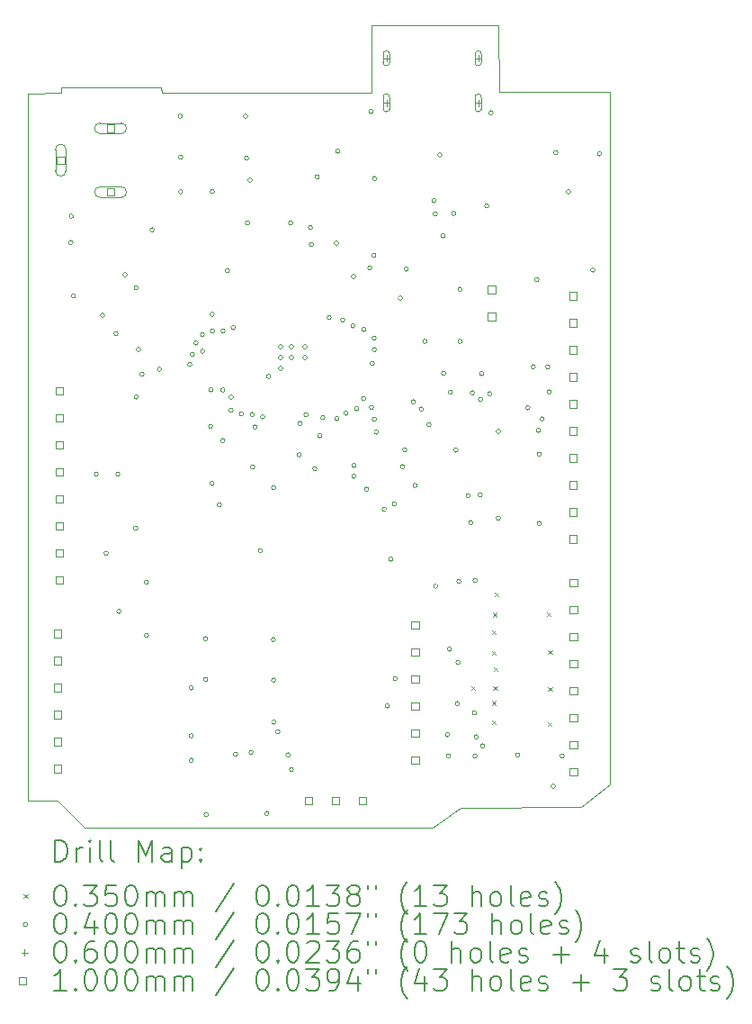
<source format=gbr>
%TF.GenerationSoftware,KiCad,Pcbnew,7.0.10*%
%TF.CreationDate,2024-03-23T23:58:33+05:30*%
%TF.ProjectId,rp2040-basic-m1,72703230-3430-42d6-9261-7369632d6d31,V2.2.5*%
%TF.SameCoordinates,Original*%
%TF.FileFunction,Drillmap*%
%TF.FilePolarity,Positive*%
%FSLAX45Y45*%
G04 Gerber Fmt 4.5, Leading zero omitted, Abs format (unit mm)*
G04 Created by KiCad (PCBNEW 7.0.10) date 2024-03-23 23:58:33*
%MOMM*%
%LPD*%
G01*
G04 APERTURE LIST*
%ADD10C,0.100000*%
%ADD11C,0.200000*%
G04 APERTURE END LIST*
D10*
X8398000Y-2113050D02*
X8401000Y-2164050D01*
X11573000Y-1530050D02*
X11574000Y-2161050D01*
X7454000Y-2168050D02*
X7455000Y-2114050D01*
X7143000Y-8821050D02*
X7144000Y-2171050D01*
X12620000Y-8670000D02*
X12352500Y-8883000D01*
X10949000Y-9075050D02*
X7674000Y-9076050D01*
X7455000Y-2114050D02*
X8398000Y-2113050D01*
X11212500Y-8885000D02*
X10949000Y-9075050D01*
X8401000Y-2164050D02*
X10375000Y-2165050D01*
X10379000Y-1534050D02*
X11573000Y-1530050D01*
X10375000Y-2165050D02*
X10379000Y-1534050D01*
X7419000Y-8823050D02*
X7143000Y-8821050D01*
X7674000Y-9076050D02*
X7419000Y-8823050D01*
X12352500Y-8883000D02*
X11212500Y-8885000D01*
X11574000Y-2161050D02*
X12620000Y-2160000D01*
X12620000Y-2160000D02*
X12620000Y-8670000D01*
X7144000Y-2171050D02*
X7454000Y-2168050D01*
D11*
D10*
X11317500Y-7746500D02*
X11352500Y-7781500D01*
X11352500Y-7746500D02*
X11317500Y-7781500D01*
X11506500Y-8066500D02*
X11541500Y-8101500D01*
X11541500Y-8066500D02*
X11506500Y-8101500D01*
X11510500Y-7217500D02*
X11545500Y-7252500D01*
X11545500Y-7217500D02*
X11510500Y-7252500D01*
X11510500Y-7884500D02*
X11545500Y-7919500D01*
X11545500Y-7884500D02*
X11510500Y-7919500D01*
X11512500Y-7410500D02*
X11547500Y-7445500D01*
X11547500Y-7410500D02*
X11512500Y-7445500D01*
X11516500Y-7054500D02*
X11551500Y-7089500D01*
X11551500Y-7054500D02*
X11516500Y-7089500D01*
X11522500Y-7747500D02*
X11557500Y-7782500D01*
X11557500Y-7747500D02*
X11522500Y-7782500D01*
X11528500Y-7565500D02*
X11563500Y-7600500D01*
X11563500Y-7565500D02*
X11528500Y-7600500D01*
X11532500Y-6864500D02*
X11567500Y-6899500D01*
X11567500Y-6864500D02*
X11532500Y-6899500D01*
X12025500Y-7048500D02*
X12060500Y-7083500D01*
X12060500Y-7048500D02*
X12025500Y-7083500D01*
X12036500Y-8085500D02*
X12071500Y-8120500D01*
X12071500Y-8085500D02*
X12036500Y-8120500D01*
X12038500Y-7404500D02*
X12073500Y-7439500D01*
X12073500Y-7404500D02*
X12038500Y-7439500D01*
X12038500Y-7751500D02*
X12073500Y-7786500D01*
X12073500Y-7751500D02*
X12038500Y-7786500D01*
X7566400Y-3572830D02*
G75*
G03*
X7526400Y-3572830I-20000J0D01*
G01*
X7526400Y-3572830D02*
G75*
G03*
X7566400Y-3572830I20000J0D01*
G01*
X7570000Y-3326050D02*
G75*
G03*
X7530000Y-3326050I-20000J0D01*
G01*
X7530000Y-3326050D02*
G75*
G03*
X7570000Y-3326050I20000J0D01*
G01*
X7590000Y-4076050D02*
G75*
G03*
X7550000Y-4076050I-20000J0D01*
G01*
X7550000Y-4076050D02*
G75*
G03*
X7590000Y-4076050I20000J0D01*
G01*
X7805000Y-5751000D02*
G75*
G03*
X7765000Y-5751000I-20000J0D01*
G01*
X7765000Y-5751000D02*
G75*
G03*
X7805000Y-5751000I20000J0D01*
G01*
X7862940Y-4256680D02*
G75*
G03*
X7822940Y-4256680I-20000J0D01*
G01*
X7822940Y-4256680D02*
G75*
G03*
X7862940Y-4256680I20000J0D01*
G01*
X7898000Y-6494050D02*
G75*
G03*
X7858000Y-6494050I-20000J0D01*
G01*
X7858000Y-6494050D02*
G75*
G03*
X7898000Y-6494050I20000J0D01*
G01*
X7990600Y-4429650D02*
G75*
G03*
X7950600Y-4429650I-20000J0D01*
G01*
X7950600Y-4429650D02*
G75*
G03*
X7990600Y-4429650I20000J0D01*
G01*
X8008000Y-5751000D02*
G75*
G03*
X7968000Y-5751000I-20000J0D01*
G01*
X7968000Y-5751000D02*
G75*
G03*
X8008000Y-5751000I20000J0D01*
G01*
X8018000Y-7041000D02*
G75*
G03*
X7978000Y-7041000I-20000J0D01*
G01*
X7978000Y-7041000D02*
G75*
G03*
X8018000Y-7041000I20000J0D01*
G01*
X8075000Y-3876050D02*
G75*
G03*
X8035000Y-3876050I-20000J0D01*
G01*
X8035000Y-3876050D02*
G75*
G03*
X8075000Y-3876050I20000J0D01*
G01*
X8176000Y-6257000D02*
G75*
G03*
X8136000Y-6257000I-20000J0D01*
G01*
X8136000Y-6257000D02*
G75*
G03*
X8176000Y-6257000I20000J0D01*
G01*
X8180000Y-5026000D02*
G75*
G03*
X8140000Y-5026000I-20000J0D01*
G01*
X8140000Y-5026000D02*
G75*
G03*
X8180000Y-5026000I20000J0D01*
G01*
X8181000Y-3999000D02*
G75*
G03*
X8141000Y-3999000I-20000J0D01*
G01*
X8141000Y-3999000D02*
G75*
G03*
X8181000Y-3999000I20000J0D01*
G01*
X8203000Y-4578000D02*
G75*
G03*
X8163000Y-4578000I-20000J0D01*
G01*
X8163000Y-4578000D02*
G75*
G03*
X8203000Y-4578000I20000J0D01*
G01*
X8234000Y-4811000D02*
G75*
G03*
X8194000Y-4811000I-20000J0D01*
G01*
X8194000Y-4811000D02*
G75*
G03*
X8234000Y-4811000I20000J0D01*
G01*
X8276000Y-6767000D02*
G75*
G03*
X8236000Y-6767000I-20000J0D01*
G01*
X8236000Y-6767000D02*
G75*
G03*
X8276000Y-6767000I20000J0D01*
G01*
X8277000Y-7267000D02*
G75*
G03*
X8237000Y-7267000I-20000J0D01*
G01*
X8237000Y-7267000D02*
G75*
G03*
X8277000Y-7267000I20000J0D01*
G01*
X8331000Y-3453550D02*
G75*
G03*
X8291000Y-3453550I-20000J0D01*
G01*
X8291000Y-3453550D02*
G75*
G03*
X8331000Y-3453550I20000J0D01*
G01*
X8399500Y-4763878D02*
G75*
G03*
X8359500Y-4763878I-20000J0D01*
G01*
X8359500Y-4763878D02*
G75*
G03*
X8399500Y-4763878I20000J0D01*
G01*
X8595000Y-2386050D02*
G75*
G03*
X8555000Y-2386050I-20000J0D01*
G01*
X8555000Y-2386050D02*
G75*
G03*
X8595000Y-2386050I20000J0D01*
G01*
X8599000Y-3096000D02*
G75*
G03*
X8559000Y-3096000I-20000J0D01*
G01*
X8559000Y-3096000D02*
G75*
G03*
X8599000Y-3096000I20000J0D01*
G01*
X8600000Y-2771050D02*
G75*
G03*
X8560000Y-2771050I-20000J0D01*
G01*
X8560000Y-2771050D02*
G75*
G03*
X8600000Y-2771050I20000J0D01*
G01*
X8685900Y-4720383D02*
G75*
G03*
X8645900Y-4720383I-20000J0D01*
G01*
X8645900Y-4720383D02*
G75*
G03*
X8685900Y-4720383I20000J0D01*
G01*
X8700000Y-7760000D02*
G75*
G03*
X8660000Y-7760000I-20000J0D01*
G01*
X8660000Y-7760000D02*
G75*
G03*
X8700000Y-7760000I20000J0D01*
G01*
X8700000Y-8210000D02*
G75*
G03*
X8660000Y-8210000I-20000J0D01*
G01*
X8660000Y-8210000D02*
G75*
G03*
X8700000Y-8210000I20000J0D01*
G01*
X8700000Y-8440000D02*
G75*
G03*
X8660000Y-8440000I-20000J0D01*
G01*
X8660000Y-8440000D02*
G75*
G03*
X8700000Y-8440000I20000J0D01*
G01*
X8709691Y-4623314D02*
G75*
G03*
X8669691Y-4623314I-20000J0D01*
G01*
X8669691Y-4623314D02*
G75*
G03*
X8709691Y-4623314I20000J0D01*
G01*
X8743500Y-4517960D02*
G75*
G03*
X8703500Y-4517960I-20000J0D01*
G01*
X8703500Y-4517960D02*
G75*
G03*
X8743500Y-4517960I20000J0D01*
G01*
X8804400Y-4438640D02*
G75*
G03*
X8764400Y-4438640I-20000J0D01*
G01*
X8764400Y-4438640D02*
G75*
G03*
X8804400Y-4438640I20000J0D01*
G01*
X8805900Y-4596040D02*
G75*
G03*
X8765900Y-4596040I-20000J0D01*
G01*
X8765900Y-4596040D02*
G75*
G03*
X8805900Y-4596040I20000J0D01*
G01*
X8834000Y-7297000D02*
G75*
G03*
X8794000Y-7297000I-20000J0D01*
G01*
X8794000Y-7297000D02*
G75*
G03*
X8834000Y-7297000I20000J0D01*
G01*
X8834000Y-7681000D02*
G75*
G03*
X8794000Y-7681000I-20000J0D01*
G01*
X8794000Y-7681000D02*
G75*
G03*
X8834000Y-7681000I20000J0D01*
G01*
X8840000Y-8951000D02*
G75*
G03*
X8800000Y-8951000I-20000J0D01*
G01*
X8800000Y-8951000D02*
G75*
G03*
X8840000Y-8951000I20000J0D01*
G01*
X8881200Y-5300580D02*
G75*
G03*
X8841200Y-5300580I-20000J0D01*
G01*
X8841200Y-5300580D02*
G75*
G03*
X8881200Y-5300580I20000J0D01*
G01*
X8883730Y-4958920D02*
G75*
G03*
X8843730Y-4958920I-20000J0D01*
G01*
X8843730Y-4958920D02*
G75*
G03*
X8883730Y-4958920I20000J0D01*
G01*
X8895000Y-5838250D02*
G75*
G03*
X8855000Y-5838250I-20000J0D01*
G01*
X8855000Y-5838250D02*
G75*
G03*
X8895000Y-5838250I20000J0D01*
G01*
X8895950Y-4247450D02*
G75*
G03*
X8855950Y-4247450I-20000J0D01*
G01*
X8855950Y-4247450D02*
G75*
G03*
X8895950Y-4247450I20000J0D01*
G01*
X8897000Y-3095000D02*
G75*
G03*
X8857000Y-3095000I-20000J0D01*
G01*
X8857000Y-3095000D02*
G75*
G03*
X8897000Y-3095000I20000J0D01*
G01*
X8898300Y-4404550D02*
G75*
G03*
X8858300Y-4404550I-20000J0D01*
G01*
X8858300Y-4404550D02*
G75*
G03*
X8898300Y-4404550I20000J0D01*
G01*
X8964000Y-6039000D02*
G75*
G03*
X8924000Y-6039000I-20000J0D01*
G01*
X8924000Y-6039000D02*
G75*
G03*
X8964000Y-6039000I20000J0D01*
G01*
X8995300Y-4959180D02*
G75*
G03*
X8955300Y-4959180I-20000J0D01*
G01*
X8955300Y-4959180D02*
G75*
G03*
X8995300Y-4959180I20000J0D01*
G01*
X8996000Y-5436050D02*
G75*
G03*
X8956000Y-5436050I-20000J0D01*
G01*
X8956000Y-5436050D02*
G75*
G03*
X8996000Y-5436050I20000J0D01*
G01*
X8998200Y-4402930D02*
G75*
G03*
X8958200Y-4402930I-20000J0D01*
G01*
X8958200Y-4402930D02*
G75*
G03*
X8998200Y-4402930I20000J0D01*
G01*
X9040000Y-3837250D02*
G75*
G03*
X9000000Y-3837250I-20000J0D01*
G01*
X9000000Y-3837250D02*
G75*
G03*
X9040000Y-3837250I20000J0D01*
G01*
X9074000Y-5149050D02*
G75*
G03*
X9034000Y-5149050I-20000J0D01*
G01*
X9034000Y-5149050D02*
G75*
G03*
X9074000Y-5149050I20000J0D01*
G01*
X9075000Y-5026050D02*
G75*
G03*
X9035000Y-5026050I-20000J0D01*
G01*
X9035000Y-5026050D02*
G75*
G03*
X9075000Y-5026050I20000J0D01*
G01*
X9094000Y-4373050D02*
G75*
G03*
X9054000Y-4373050I-20000J0D01*
G01*
X9054000Y-4373050D02*
G75*
G03*
X9094000Y-4373050I20000J0D01*
G01*
X9116000Y-8383550D02*
G75*
G03*
X9076000Y-8383550I-20000J0D01*
G01*
X9076000Y-8383550D02*
G75*
G03*
X9116000Y-8383550I20000J0D01*
G01*
X9172000Y-5183050D02*
G75*
G03*
X9132000Y-5183050I-20000J0D01*
G01*
X9132000Y-5183050D02*
G75*
G03*
X9172000Y-5183050I20000J0D01*
G01*
X9210000Y-2386050D02*
G75*
G03*
X9170000Y-2386050I-20000J0D01*
G01*
X9170000Y-2386050D02*
G75*
G03*
X9210000Y-2386050I20000J0D01*
G01*
X9220000Y-2781050D02*
G75*
G03*
X9180000Y-2781050I-20000J0D01*
G01*
X9180000Y-2781050D02*
G75*
G03*
X9220000Y-2781050I20000J0D01*
G01*
X9229400Y-3387400D02*
G75*
G03*
X9189400Y-3387400I-20000J0D01*
G01*
X9189400Y-3387400D02*
G75*
G03*
X9229400Y-3387400I20000J0D01*
G01*
X9253000Y-2987000D02*
G75*
G03*
X9213000Y-2987000I-20000J0D01*
G01*
X9213000Y-2987000D02*
G75*
G03*
X9253000Y-2987000I20000J0D01*
G01*
X9262000Y-8365000D02*
G75*
G03*
X9222000Y-8365000I-20000J0D01*
G01*
X9222000Y-8365000D02*
G75*
G03*
X9262000Y-8365000I20000J0D01*
G01*
X9271806Y-5189288D02*
G75*
G03*
X9231806Y-5189288I-20000J0D01*
G01*
X9231806Y-5189288D02*
G75*
G03*
X9271806Y-5189288I20000J0D01*
G01*
X9277000Y-5683050D02*
G75*
G03*
X9237000Y-5683050I-20000J0D01*
G01*
X9237000Y-5683050D02*
G75*
G03*
X9277000Y-5683050I20000J0D01*
G01*
X9298000Y-5307050D02*
G75*
G03*
X9258000Y-5307050I-20000J0D01*
G01*
X9258000Y-5307050D02*
G75*
G03*
X9298000Y-5307050I20000J0D01*
G01*
X9298000Y-5307050D02*
G75*
G03*
X9258000Y-5307050I-20000J0D01*
G01*
X9258000Y-5307050D02*
G75*
G03*
X9298000Y-5307050I20000J0D01*
G01*
X9350000Y-6470000D02*
G75*
G03*
X9310000Y-6470000I-20000J0D01*
G01*
X9310000Y-6470000D02*
G75*
G03*
X9350000Y-6470000I20000J0D01*
G01*
X9370906Y-5212010D02*
G75*
G03*
X9330906Y-5212010I-20000J0D01*
G01*
X9330906Y-5212010D02*
G75*
G03*
X9370906Y-5212010I20000J0D01*
G01*
X9411000Y-8941000D02*
G75*
G03*
X9371000Y-8941000I-20000J0D01*
G01*
X9371000Y-8941000D02*
G75*
G03*
X9411000Y-8941000I20000J0D01*
G01*
X9428000Y-4832100D02*
G75*
G03*
X9388000Y-4832100I-20000J0D01*
G01*
X9388000Y-4832100D02*
G75*
G03*
X9428000Y-4832100I20000J0D01*
G01*
X9472000Y-7306000D02*
G75*
G03*
X9432000Y-7306000I-20000J0D01*
G01*
X9432000Y-7306000D02*
G75*
G03*
X9472000Y-7306000I20000J0D01*
G01*
X9474000Y-5879000D02*
G75*
G03*
X9434000Y-5879000I-20000J0D01*
G01*
X9434000Y-5879000D02*
G75*
G03*
X9474000Y-5879000I20000J0D01*
G01*
X9474000Y-7687000D02*
G75*
G03*
X9434000Y-7687000I-20000J0D01*
G01*
X9434000Y-7687000D02*
G75*
G03*
X9474000Y-7687000I20000J0D01*
G01*
X9475000Y-8082000D02*
G75*
G03*
X9435000Y-8082000I-20000J0D01*
G01*
X9435000Y-8082000D02*
G75*
G03*
X9475000Y-8082000I20000J0D01*
G01*
X9513759Y-8174183D02*
G75*
G03*
X9473759Y-8174183I-20000J0D01*
G01*
X9473759Y-8174183D02*
G75*
G03*
X9513759Y-8174183I20000J0D01*
G01*
X9541000Y-4552250D02*
G75*
G03*
X9501000Y-4552250I-20000J0D01*
G01*
X9501000Y-4552250D02*
G75*
G03*
X9541000Y-4552250I20000J0D01*
G01*
X9541000Y-4653850D02*
G75*
G03*
X9501000Y-4653850I-20000J0D01*
G01*
X9501000Y-4653850D02*
G75*
G03*
X9541000Y-4653850I20000J0D01*
G01*
X9541000Y-4755450D02*
G75*
G03*
X9501000Y-4755450I-20000J0D01*
G01*
X9501000Y-4755450D02*
G75*
G03*
X9541000Y-4755450I20000J0D01*
G01*
X9610000Y-8390000D02*
G75*
G03*
X9570000Y-8390000I-20000J0D01*
G01*
X9570000Y-8390000D02*
G75*
G03*
X9610000Y-8390000I20000J0D01*
G01*
X9635800Y-3387400D02*
G75*
G03*
X9595800Y-3387400I-20000J0D01*
G01*
X9595800Y-3387400D02*
G75*
G03*
X9635800Y-3387400I20000J0D01*
G01*
X9641975Y-8528025D02*
G75*
G03*
X9601975Y-8528025I-20000J0D01*
G01*
X9601975Y-8528025D02*
G75*
G03*
X9641975Y-8528025I20000J0D01*
G01*
X9642600Y-4552250D02*
G75*
G03*
X9602600Y-4552250I-20000J0D01*
G01*
X9602600Y-4552250D02*
G75*
G03*
X9642600Y-4552250I20000J0D01*
G01*
X9642600Y-4653850D02*
G75*
G03*
X9602600Y-4653850I-20000J0D01*
G01*
X9602600Y-4653850D02*
G75*
G03*
X9642600Y-4653850I20000J0D01*
G01*
X9715000Y-5569050D02*
G75*
G03*
X9675000Y-5569050I-20000J0D01*
G01*
X9675000Y-5569050D02*
G75*
G03*
X9715000Y-5569050I20000J0D01*
G01*
X9722434Y-5272781D02*
G75*
G03*
X9682434Y-5272781I-20000J0D01*
G01*
X9682434Y-5272781D02*
G75*
G03*
X9722434Y-5272781I20000J0D01*
G01*
X9769600Y-4552250D02*
G75*
G03*
X9729600Y-4552250I-20000J0D01*
G01*
X9729600Y-4552250D02*
G75*
G03*
X9769600Y-4552250I20000J0D01*
G01*
X9769600Y-4653850D02*
G75*
G03*
X9729600Y-4653850I-20000J0D01*
G01*
X9729600Y-4653850D02*
G75*
G03*
X9769600Y-4653850I20000J0D01*
G01*
X9780000Y-5191050D02*
G75*
G03*
X9740000Y-5191050I-20000J0D01*
G01*
X9740000Y-5191050D02*
G75*
G03*
X9780000Y-5191050I20000J0D01*
G01*
X9820400Y-3433050D02*
G75*
G03*
X9780400Y-3433050I-20000J0D01*
G01*
X9780400Y-3433050D02*
G75*
G03*
X9820400Y-3433050I20000J0D01*
G01*
X9830000Y-3590000D02*
G75*
G03*
X9790000Y-3590000I-20000J0D01*
G01*
X9790000Y-3590000D02*
G75*
G03*
X9830000Y-3590000I20000J0D01*
G01*
X9861634Y-5699227D02*
G75*
G03*
X9821634Y-5699227I-20000J0D01*
G01*
X9821634Y-5699227D02*
G75*
G03*
X9861634Y-5699227I20000J0D01*
G01*
X9884000Y-2956000D02*
G75*
G03*
X9844000Y-2956000I-20000J0D01*
G01*
X9844000Y-2956000D02*
G75*
G03*
X9884000Y-2956000I20000J0D01*
G01*
X9910000Y-5390000D02*
G75*
G03*
X9870000Y-5390000I-20000J0D01*
G01*
X9870000Y-5390000D02*
G75*
G03*
X9910000Y-5390000I20000J0D01*
G01*
X9938000Y-5219050D02*
G75*
G03*
X9898000Y-5219050I-20000J0D01*
G01*
X9898000Y-5219050D02*
G75*
G03*
X9938000Y-5219050I20000J0D01*
G01*
X9997200Y-4278790D02*
G75*
G03*
X9957200Y-4278790I-20000J0D01*
G01*
X9957200Y-4278790D02*
G75*
G03*
X9997200Y-4278790I20000J0D01*
G01*
X10066000Y-3580250D02*
G75*
G03*
X10026000Y-3580250I-20000J0D01*
G01*
X10026000Y-3580250D02*
G75*
G03*
X10066000Y-3580250I20000J0D01*
G01*
X10070000Y-5229050D02*
G75*
G03*
X10030000Y-5229050I-20000J0D01*
G01*
X10030000Y-5229050D02*
G75*
G03*
X10070000Y-5229050I20000J0D01*
G01*
X10078000Y-2714000D02*
G75*
G03*
X10038000Y-2714000I-20000J0D01*
G01*
X10038000Y-2714000D02*
G75*
G03*
X10078000Y-2714000I20000J0D01*
G01*
X10125000Y-4301050D02*
G75*
G03*
X10085000Y-4301050I-20000J0D01*
G01*
X10085000Y-4301050D02*
G75*
G03*
X10125000Y-4301050I20000J0D01*
G01*
X10155100Y-5176710D02*
G75*
G03*
X10115100Y-5176710I-20000J0D01*
G01*
X10115100Y-5176710D02*
G75*
G03*
X10155100Y-5176710I20000J0D01*
G01*
X10220500Y-4356460D02*
G75*
G03*
X10180500Y-4356460I-20000J0D01*
G01*
X10180500Y-4356460D02*
G75*
G03*
X10220500Y-4356460I20000J0D01*
G01*
X10226800Y-3891850D02*
G75*
G03*
X10186800Y-3891850I-20000J0D01*
G01*
X10186800Y-3891850D02*
G75*
G03*
X10226800Y-3891850I20000J0D01*
G01*
X10229187Y-5770810D02*
G75*
G03*
X10189187Y-5770810I-20000J0D01*
G01*
X10189187Y-5770810D02*
G75*
G03*
X10229187Y-5770810I20000J0D01*
G01*
X10230000Y-5670000D02*
G75*
G03*
X10190000Y-5670000I-20000J0D01*
G01*
X10190000Y-5670000D02*
G75*
G03*
X10230000Y-5670000I20000J0D01*
G01*
X10256000Y-5136050D02*
G75*
G03*
X10216000Y-5136050I-20000J0D01*
G01*
X10216000Y-5136050D02*
G75*
G03*
X10256000Y-5136050I20000J0D01*
G01*
X10322000Y-5040050D02*
G75*
G03*
X10282000Y-5040050I-20000J0D01*
G01*
X10282000Y-5040050D02*
G75*
G03*
X10322000Y-5040050I20000J0D01*
G01*
X10324000Y-4390050D02*
G75*
G03*
X10284000Y-4390050I-20000J0D01*
G01*
X10284000Y-4390050D02*
G75*
G03*
X10324000Y-4390050I20000J0D01*
G01*
X10350100Y-5891670D02*
G75*
G03*
X10310100Y-5891670I-20000J0D01*
G01*
X10310100Y-5891670D02*
G75*
G03*
X10350100Y-5891670I20000J0D01*
G01*
X10380000Y-3810000D02*
G75*
G03*
X10340000Y-3810000I-20000J0D01*
G01*
X10340000Y-3810000D02*
G75*
G03*
X10380000Y-3810000I20000J0D01*
G01*
X10391000Y-2341050D02*
G75*
G03*
X10351000Y-2341050I-20000J0D01*
G01*
X10351000Y-2341050D02*
G75*
G03*
X10391000Y-2341050I20000J0D01*
G01*
X10396000Y-5122050D02*
G75*
G03*
X10356000Y-5122050I-20000J0D01*
G01*
X10356000Y-5122050D02*
G75*
G03*
X10396000Y-5122050I20000J0D01*
G01*
X10403000Y-4711050D02*
G75*
G03*
X10363000Y-4711050I-20000J0D01*
G01*
X10363000Y-4711050D02*
G75*
G03*
X10403000Y-4711050I20000J0D01*
G01*
X10417500Y-3693550D02*
G75*
G03*
X10377500Y-3693550I-20000J0D01*
G01*
X10377500Y-3693550D02*
G75*
G03*
X10417500Y-3693550I20000J0D01*
G01*
X10421000Y-4471050D02*
G75*
G03*
X10381000Y-4471050I-20000J0D01*
G01*
X10381000Y-4471050D02*
G75*
G03*
X10421000Y-4471050I20000J0D01*
G01*
X10422000Y-4580050D02*
G75*
G03*
X10382000Y-4580050I-20000J0D01*
G01*
X10382000Y-4580050D02*
G75*
G03*
X10422000Y-4580050I20000J0D01*
G01*
X10422200Y-5234980D02*
G75*
G03*
X10382200Y-5234980I-20000J0D01*
G01*
X10382200Y-5234980D02*
G75*
G03*
X10422200Y-5234980I20000J0D01*
G01*
X10423477Y-2971523D02*
G75*
G03*
X10383477Y-2971523I-20000J0D01*
G01*
X10383477Y-2971523D02*
G75*
G03*
X10423477Y-2971523I20000J0D01*
G01*
X10440000Y-5355960D02*
G75*
G03*
X10400000Y-5355960I-20000J0D01*
G01*
X10400000Y-5355960D02*
G75*
G03*
X10440000Y-5355960I20000J0D01*
G01*
X10515400Y-6079690D02*
G75*
G03*
X10475400Y-6079690I-20000J0D01*
G01*
X10475400Y-6079690D02*
G75*
G03*
X10515400Y-6079690I20000J0D01*
G01*
X10543000Y-7929000D02*
G75*
G03*
X10503000Y-7929000I-20000J0D01*
G01*
X10503000Y-7929000D02*
G75*
G03*
X10543000Y-7929000I20000J0D01*
G01*
X10578100Y-6548300D02*
G75*
G03*
X10538100Y-6548300I-20000J0D01*
G01*
X10538100Y-6548300D02*
G75*
G03*
X10578100Y-6548300I20000J0D01*
G01*
X10610600Y-6029490D02*
G75*
G03*
X10570600Y-6029490I-20000J0D01*
G01*
X10570600Y-6029490D02*
G75*
G03*
X10610600Y-6029490I20000J0D01*
G01*
X10620000Y-7673000D02*
G75*
G03*
X10580000Y-7673000I-20000J0D01*
G01*
X10580000Y-7673000D02*
G75*
G03*
X10620000Y-7673000I20000J0D01*
G01*
X10668000Y-4096050D02*
G75*
G03*
X10628000Y-4096050I-20000J0D01*
G01*
X10628000Y-4096050D02*
G75*
G03*
X10668000Y-4096050I20000J0D01*
G01*
X10687500Y-5679430D02*
G75*
G03*
X10647500Y-5679430I-20000J0D01*
G01*
X10647500Y-5679430D02*
G75*
G03*
X10687500Y-5679430I20000J0D01*
G01*
X10708400Y-5521850D02*
G75*
G03*
X10668400Y-5521850I-20000J0D01*
G01*
X10668400Y-5521850D02*
G75*
G03*
X10708400Y-5521850I20000J0D01*
G01*
X10723426Y-3823426D02*
G75*
G03*
X10683426Y-3823426I-20000J0D01*
G01*
X10683426Y-3823426D02*
G75*
G03*
X10723426Y-3823426I20000J0D01*
G01*
X10790457Y-5070268D02*
G75*
G03*
X10750457Y-5070268I-20000J0D01*
G01*
X10750457Y-5070268D02*
G75*
G03*
X10790457Y-5070268I20000J0D01*
G01*
X10805000Y-5857100D02*
G75*
G03*
X10765000Y-5857100I-20000J0D01*
G01*
X10765000Y-5857100D02*
G75*
G03*
X10805000Y-5857100I20000J0D01*
G01*
X10863600Y-5138460D02*
G75*
G03*
X10823600Y-5138460I-20000J0D01*
G01*
X10823600Y-5138460D02*
G75*
G03*
X10863600Y-5138460I20000J0D01*
G01*
X10898000Y-4502000D02*
G75*
G03*
X10858000Y-4502000I-20000J0D01*
G01*
X10858000Y-4502000D02*
G75*
G03*
X10898000Y-4502000I20000J0D01*
G01*
X10936100Y-5283470D02*
G75*
G03*
X10896100Y-5283470I-20000J0D01*
G01*
X10896100Y-5283470D02*
G75*
G03*
X10936100Y-5283470I20000J0D01*
G01*
X10982000Y-3180000D02*
G75*
G03*
X10942000Y-3180000I-20000J0D01*
G01*
X10942000Y-3180000D02*
G75*
G03*
X10982000Y-3180000I20000J0D01*
G01*
X10996000Y-3303000D02*
G75*
G03*
X10956000Y-3303000I-20000J0D01*
G01*
X10956000Y-3303000D02*
G75*
G03*
X10996000Y-3303000I20000J0D01*
G01*
X10998900Y-6804310D02*
G75*
G03*
X10958900Y-6804310I-20000J0D01*
G01*
X10958900Y-6804310D02*
G75*
G03*
X10998900Y-6804310I20000J0D01*
G01*
X11038000Y-2750000D02*
G75*
G03*
X10998000Y-2750000I-20000J0D01*
G01*
X10998000Y-2750000D02*
G75*
G03*
X11038000Y-2750000I20000J0D01*
G01*
X11070000Y-3510000D02*
G75*
G03*
X11030000Y-3510000I-20000J0D01*
G01*
X11030000Y-3510000D02*
G75*
G03*
X11070000Y-3510000I20000J0D01*
G01*
X11075000Y-4803000D02*
G75*
G03*
X11035000Y-4803000I-20000J0D01*
G01*
X11035000Y-4803000D02*
G75*
G03*
X11075000Y-4803000I20000J0D01*
G01*
X11110000Y-8200000D02*
G75*
G03*
X11070000Y-8200000I-20000J0D01*
G01*
X11070000Y-8200000D02*
G75*
G03*
X11110000Y-8200000I20000J0D01*
G01*
X11120000Y-8400000D02*
G75*
G03*
X11080000Y-8400000I-20000J0D01*
G01*
X11080000Y-8400000D02*
G75*
G03*
X11120000Y-8400000I20000J0D01*
G01*
X11129800Y-7395620D02*
G75*
G03*
X11089800Y-7395620I-20000J0D01*
G01*
X11089800Y-7395620D02*
G75*
G03*
X11129800Y-7395620I20000J0D01*
G01*
X11138002Y-4978998D02*
G75*
G03*
X11098002Y-4978998I-20000J0D01*
G01*
X11098002Y-4978998D02*
G75*
G03*
X11138002Y-4978998I20000J0D01*
G01*
X11170000Y-3300000D02*
G75*
G03*
X11130000Y-3300000I-20000J0D01*
G01*
X11130000Y-3300000D02*
G75*
G03*
X11170000Y-3300000I20000J0D01*
G01*
X11190000Y-5525000D02*
G75*
G03*
X11150000Y-5525000I-20000J0D01*
G01*
X11150000Y-5525000D02*
G75*
G03*
X11190000Y-5525000I20000J0D01*
G01*
X11202500Y-7907500D02*
G75*
G03*
X11162500Y-7907500I-20000J0D01*
G01*
X11162500Y-7907500D02*
G75*
G03*
X11202500Y-7907500I20000J0D01*
G01*
X11210000Y-7520000D02*
G75*
G03*
X11170000Y-7520000I-20000J0D01*
G01*
X11170000Y-7520000D02*
G75*
G03*
X11210000Y-7520000I20000J0D01*
G01*
X11217800Y-6759550D02*
G75*
G03*
X11177800Y-6759550I-20000J0D01*
G01*
X11177800Y-6759550D02*
G75*
G03*
X11217800Y-6759550I20000J0D01*
G01*
X11228000Y-4012000D02*
G75*
G03*
X11188000Y-4012000I-20000J0D01*
G01*
X11188000Y-4012000D02*
G75*
G03*
X11228000Y-4012000I20000J0D01*
G01*
X11228000Y-4502000D02*
G75*
G03*
X11188000Y-4502000I-20000J0D01*
G01*
X11188000Y-4502000D02*
G75*
G03*
X11228000Y-4502000I20000J0D01*
G01*
X11305700Y-5952940D02*
G75*
G03*
X11265700Y-5952940I-20000J0D01*
G01*
X11265700Y-5952940D02*
G75*
G03*
X11305700Y-5952940I20000J0D01*
G01*
X11329800Y-6205850D02*
G75*
G03*
X11289800Y-6205850I-20000J0D01*
G01*
X11289800Y-6205850D02*
G75*
G03*
X11329800Y-6205850I20000J0D01*
G01*
X11345000Y-4986050D02*
G75*
G03*
X11305000Y-4986050I-20000J0D01*
G01*
X11305000Y-4986050D02*
G75*
G03*
X11345000Y-4986050I20000J0D01*
G01*
X11365000Y-7995000D02*
G75*
G03*
X11325000Y-7995000I-20000J0D01*
G01*
X11325000Y-7995000D02*
G75*
G03*
X11365000Y-7995000I20000J0D01*
G01*
X11370000Y-6750000D02*
G75*
G03*
X11330000Y-6750000I-20000J0D01*
G01*
X11330000Y-6750000D02*
G75*
G03*
X11370000Y-6750000I20000J0D01*
G01*
X11370030Y-8400000D02*
G75*
G03*
X11330030Y-8400000I-20000J0D01*
G01*
X11330030Y-8400000D02*
G75*
G03*
X11370030Y-8400000I20000J0D01*
G01*
X11380000Y-8220000D02*
G75*
G03*
X11340000Y-8220000I-20000J0D01*
G01*
X11340000Y-8220000D02*
G75*
G03*
X11380000Y-8220000I20000J0D01*
G01*
X11418050Y-5947090D02*
G75*
G03*
X11378050Y-5947090I-20000J0D01*
G01*
X11378050Y-5947090D02*
G75*
G03*
X11418050Y-5947090I20000J0D01*
G01*
X11422800Y-5048876D02*
G75*
G03*
X11382800Y-5048876I-20000J0D01*
G01*
X11382800Y-5048876D02*
G75*
G03*
X11422800Y-5048876I20000J0D01*
G01*
X11432905Y-4804905D02*
G75*
G03*
X11392905Y-4804905I-20000J0D01*
G01*
X11392905Y-4804905D02*
G75*
G03*
X11432905Y-4804905I20000J0D01*
G01*
X11442500Y-8305000D02*
G75*
G03*
X11402500Y-8305000I-20000J0D01*
G01*
X11402500Y-8305000D02*
G75*
G03*
X11442500Y-8305000I20000J0D01*
G01*
X11480000Y-3230000D02*
G75*
G03*
X11440000Y-3230000I-20000J0D01*
G01*
X11440000Y-3230000D02*
G75*
G03*
X11480000Y-3230000I20000J0D01*
G01*
X11507151Y-4995164D02*
G75*
G03*
X11467151Y-4995164I-20000J0D01*
G01*
X11467151Y-4995164D02*
G75*
G03*
X11507151Y-4995164I20000J0D01*
G01*
X11520000Y-2353050D02*
G75*
G03*
X11480000Y-2353050I-20000J0D01*
G01*
X11480000Y-2353050D02*
G75*
G03*
X11520000Y-2353050I20000J0D01*
G01*
X11589600Y-5348170D02*
G75*
G03*
X11549600Y-5348170I-20000J0D01*
G01*
X11549600Y-5348170D02*
G75*
G03*
X11589600Y-5348170I20000J0D01*
G01*
X11589600Y-6163660D02*
G75*
G03*
X11549600Y-6163660I-20000J0D01*
G01*
X11549600Y-6163660D02*
G75*
G03*
X11589600Y-6163660I20000J0D01*
G01*
X11771500Y-8391500D02*
G75*
G03*
X11731500Y-8391500I-20000J0D01*
G01*
X11731500Y-8391500D02*
G75*
G03*
X11771500Y-8391500I20000J0D01*
G01*
X11868130Y-5127220D02*
G75*
G03*
X11828130Y-5127220I-20000J0D01*
G01*
X11828130Y-5127220D02*
G75*
G03*
X11868130Y-5127220I20000J0D01*
G01*
X11919000Y-4741000D02*
G75*
G03*
X11879000Y-4741000I-20000J0D01*
G01*
X11879000Y-4741000D02*
G75*
G03*
X11919000Y-4741000I20000J0D01*
G01*
X11951250Y-3921050D02*
G75*
G03*
X11911250Y-3921050I-20000J0D01*
G01*
X11911250Y-3921050D02*
G75*
G03*
X11951250Y-3921050I20000J0D01*
G01*
X11965560Y-5338920D02*
G75*
G03*
X11925560Y-5338920I-20000J0D01*
G01*
X11925560Y-5338920D02*
G75*
G03*
X11965560Y-5338920I20000J0D01*
G01*
X11974930Y-5563910D02*
G75*
G03*
X11934930Y-5563910I-20000J0D01*
G01*
X11934930Y-5563910D02*
G75*
G03*
X11974930Y-5563910I20000J0D01*
G01*
X11975400Y-6212780D02*
G75*
G03*
X11935400Y-6212780I-20000J0D01*
G01*
X11935400Y-6212780D02*
G75*
G03*
X11975400Y-6212780I20000J0D01*
G01*
X12002340Y-5231200D02*
G75*
G03*
X11962340Y-5231200I-20000J0D01*
G01*
X11962340Y-5231200D02*
G75*
G03*
X12002340Y-5231200I20000J0D01*
G01*
X12055000Y-4743000D02*
G75*
G03*
X12015000Y-4743000I-20000J0D01*
G01*
X12015000Y-4743000D02*
G75*
G03*
X12055000Y-4743000I20000J0D01*
G01*
X12067000Y-4977000D02*
G75*
G03*
X12027000Y-4977000I-20000J0D01*
G01*
X12027000Y-4977000D02*
G75*
G03*
X12067000Y-4977000I20000J0D01*
G01*
X12105000Y-8685000D02*
G75*
G03*
X12065000Y-8685000I-20000J0D01*
G01*
X12065000Y-8685000D02*
G75*
G03*
X12105000Y-8685000I20000J0D01*
G01*
X12130000Y-2730000D02*
G75*
G03*
X12090000Y-2730000I-20000J0D01*
G01*
X12090000Y-2730000D02*
G75*
G03*
X12130000Y-2730000I20000J0D01*
G01*
X12190000Y-8400295D02*
G75*
G03*
X12150000Y-8400295I-20000J0D01*
G01*
X12150000Y-8400295D02*
G75*
G03*
X12190000Y-8400295I20000J0D01*
G01*
X12250000Y-3096050D02*
G75*
G03*
X12210000Y-3096050I-20000J0D01*
G01*
X12210000Y-3096050D02*
G75*
G03*
X12250000Y-3096050I20000J0D01*
G01*
X12478850Y-3831830D02*
G75*
G03*
X12438850Y-3831830I-20000J0D01*
G01*
X12438850Y-3831830D02*
G75*
G03*
X12478850Y-3831830I20000J0D01*
G01*
X12540000Y-2740000D02*
G75*
G03*
X12500000Y-2740000I-20000J0D01*
G01*
X12500000Y-2740000D02*
G75*
G03*
X12540000Y-2740000I20000J0D01*
G01*
X10515500Y-1811050D02*
X10515500Y-1871050D01*
X10485500Y-1841050D02*
X10545500Y-1841050D01*
X10545500Y-1881050D02*
X10545500Y-1801050D01*
X10545500Y-1801050D02*
G75*
G03*
X10485500Y-1801050I-30000J0D01*
G01*
X10485500Y-1801050D02*
X10485500Y-1881050D01*
X10485500Y-1881050D02*
G75*
G03*
X10545500Y-1881050I30000J0D01*
G01*
X10515500Y-2231050D02*
X10515500Y-2291050D01*
X10485500Y-2261050D02*
X10545500Y-2261050D01*
X10545500Y-2316050D02*
X10545500Y-2206050D01*
X10545500Y-2206050D02*
G75*
G03*
X10485500Y-2206050I-30000J0D01*
G01*
X10485500Y-2206050D02*
X10485500Y-2316050D01*
X10485500Y-2316050D02*
G75*
G03*
X10545500Y-2316050I30000J0D01*
G01*
X11379500Y-1811050D02*
X11379500Y-1871050D01*
X11349500Y-1841050D02*
X11409500Y-1841050D01*
X11409500Y-1881050D02*
X11409500Y-1801050D01*
X11409500Y-1801050D02*
G75*
G03*
X11349500Y-1801050I-30000J0D01*
G01*
X11349500Y-1801050D02*
X11349500Y-1881050D01*
X11349500Y-1881050D02*
G75*
G03*
X11409500Y-1881050I30000J0D01*
G01*
X11379500Y-2231050D02*
X11379500Y-2291050D01*
X11349500Y-2261050D02*
X11409500Y-2261050D01*
X11409500Y-2316050D02*
X11409500Y-2206050D01*
X11409500Y-2206050D02*
G75*
G03*
X11349500Y-2206050I-30000J0D01*
G01*
X11349500Y-2206050D02*
X11349500Y-2316050D01*
X11349500Y-2316050D02*
G75*
G03*
X11409500Y-2316050I30000J0D01*
G01*
X7455356Y-7285356D02*
X7455356Y-7214644D01*
X7384644Y-7214644D01*
X7384644Y-7285356D01*
X7455356Y-7285356D01*
X7455356Y-7539356D02*
X7455356Y-7468644D01*
X7384644Y-7468644D01*
X7384644Y-7539356D01*
X7455356Y-7539356D01*
X7455356Y-7793356D02*
X7455356Y-7722644D01*
X7384644Y-7722644D01*
X7384644Y-7793356D01*
X7455356Y-7793356D01*
X7455356Y-8047356D02*
X7455356Y-7976644D01*
X7384644Y-7976644D01*
X7384644Y-8047356D01*
X7455356Y-8047356D01*
X7455356Y-8301356D02*
X7455356Y-8230644D01*
X7384644Y-8230644D01*
X7384644Y-8301356D01*
X7455356Y-8301356D01*
X7455356Y-8555356D02*
X7455356Y-8484644D01*
X7384644Y-8484644D01*
X7384644Y-8555356D01*
X7455356Y-8555356D01*
X7475356Y-5004406D02*
X7475356Y-4933694D01*
X7404644Y-4933694D01*
X7404644Y-5004406D01*
X7475356Y-5004406D01*
X7475356Y-5258406D02*
X7475356Y-5187694D01*
X7404644Y-5187694D01*
X7404644Y-5258406D01*
X7475356Y-5258406D01*
X7475356Y-5512406D02*
X7475356Y-5441694D01*
X7404644Y-5441694D01*
X7404644Y-5512406D01*
X7475356Y-5512406D01*
X7475356Y-5766406D02*
X7475356Y-5695694D01*
X7404644Y-5695694D01*
X7404644Y-5766406D01*
X7475356Y-5766406D01*
X7475356Y-6020406D02*
X7475356Y-5949694D01*
X7404644Y-5949694D01*
X7404644Y-6020406D01*
X7475356Y-6020406D01*
X7475356Y-6274406D02*
X7475356Y-6203694D01*
X7404644Y-6203694D01*
X7404644Y-6274406D01*
X7475356Y-6274406D01*
X7475356Y-6528406D02*
X7475356Y-6457694D01*
X7404644Y-6457694D01*
X7404644Y-6528406D01*
X7475356Y-6528406D01*
X7475356Y-6782406D02*
X7475356Y-6711694D01*
X7404644Y-6711694D01*
X7404644Y-6782406D01*
X7475356Y-6782406D01*
X7485156Y-2834606D02*
X7485156Y-2763894D01*
X7414444Y-2763894D01*
X7414444Y-2834606D01*
X7485156Y-2834606D01*
X7399800Y-2699250D02*
X7399800Y-2899250D01*
X7399800Y-2899250D02*
G75*
G03*
X7499800Y-2899250I50000J0D01*
G01*
X7499800Y-2899250D02*
X7499800Y-2699250D01*
X7499800Y-2699250D02*
G75*
G03*
X7399800Y-2699250I-50000J0D01*
G01*
X7955156Y-2534606D02*
X7955156Y-2463894D01*
X7884444Y-2463894D01*
X7884444Y-2534606D01*
X7955156Y-2534606D01*
X8019800Y-2449250D02*
X7819800Y-2449250D01*
X7819800Y-2449250D02*
G75*
G03*
X7819800Y-2549250I0J-50000D01*
G01*
X7819800Y-2549250D02*
X8019800Y-2549250D01*
X8019800Y-2549250D02*
G75*
G03*
X8019800Y-2449250I0J50000D01*
G01*
X7955156Y-3134606D02*
X7955156Y-3063894D01*
X7884444Y-3063894D01*
X7884444Y-3134606D01*
X7955156Y-3134606D01*
X8019800Y-3049250D02*
X7819800Y-3049250D01*
X7819800Y-3049250D02*
G75*
G03*
X7819800Y-3149250I0J-50000D01*
G01*
X7819800Y-3149250D02*
X8019800Y-3149250D01*
X8019800Y-3149250D02*
G75*
G03*
X8019800Y-3049250I0J50000D01*
G01*
X9817356Y-8855356D02*
X9817356Y-8784644D01*
X9746644Y-8784644D01*
X9746644Y-8855356D01*
X9817356Y-8855356D01*
X10071356Y-8855356D02*
X10071356Y-8784644D01*
X10000644Y-8784644D01*
X10000644Y-8855356D01*
X10071356Y-8855356D01*
X10325356Y-8855356D02*
X10325356Y-8784644D01*
X10254644Y-8784644D01*
X10254644Y-8855356D01*
X10325356Y-8855356D01*
X10820356Y-7203406D02*
X10820356Y-7132694D01*
X10749644Y-7132694D01*
X10749644Y-7203406D01*
X10820356Y-7203406D01*
X10820356Y-7457406D02*
X10820356Y-7386694D01*
X10749644Y-7386694D01*
X10749644Y-7457406D01*
X10820356Y-7457406D01*
X10820356Y-7711406D02*
X10820356Y-7640694D01*
X10749644Y-7640694D01*
X10749644Y-7711406D01*
X10820356Y-7711406D01*
X10820356Y-7965406D02*
X10820356Y-7894694D01*
X10749644Y-7894694D01*
X10749644Y-7965406D01*
X10820356Y-7965406D01*
X10820356Y-8219406D02*
X10820356Y-8148694D01*
X10749644Y-8148694D01*
X10749644Y-8219406D01*
X10820356Y-8219406D01*
X10820356Y-8473406D02*
X10820356Y-8402694D01*
X10749644Y-8402694D01*
X10749644Y-8473406D01*
X10820356Y-8473406D01*
X11542356Y-4049856D02*
X11542356Y-3979144D01*
X11471644Y-3979144D01*
X11471644Y-4049856D01*
X11542356Y-4049856D01*
X11542356Y-4303856D02*
X11542356Y-4233144D01*
X11471644Y-4233144D01*
X11471644Y-4303856D01*
X11542356Y-4303856D01*
X12307356Y-4111406D02*
X12307356Y-4040694D01*
X12236644Y-4040694D01*
X12236644Y-4111406D01*
X12307356Y-4111406D01*
X12307356Y-4365406D02*
X12307356Y-4294694D01*
X12236644Y-4294694D01*
X12236644Y-4365406D01*
X12307356Y-4365406D01*
X12307356Y-4619406D02*
X12307356Y-4548694D01*
X12236644Y-4548694D01*
X12236644Y-4619406D01*
X12307356Y-4619406D01*
X12307356Y-4873406D02*
X12307356Y-4802694D01*
X12236644Y-4802694D01*
X12236644Y-4873406D01*
X12307356Y-4873406D01*
X12307356Y-5127406D02*
X12307356Y-5056694D01*
X12236644Y-5056694D01*
X12236644Y-5127406D01*
X12307356Y-5127406D01*
X12307356Y-5381406D02*
X12307356Y-5310694D01*
X12236644Y-5310694D01*
X12236644Y-5381406D01*
X12307356Y-5381406D01*
X12307356Y-5635406D02*
X12307356Y-5564694D01*
X12236644Y-5564694D01*
X12236644Y-5635406D01*
X12307356Y-5635406D01*
X12307356Y-5889406D02*
X12307356Y-5818694D01*
X12236644Y-5818694D01*
X12236644Y-5889406D01*
X12307356Y-5889406D01*
X12307356Y-6143406D02*
X12307356Y-6072694D01*
X12236644Y-6072694D01*
X12236644Y-6143406D01*
X12307356Y-6143406D01*
X12307356Y-6397406D02*
X12307356Y-6326694D01*
X12236644Y-6326694D01*
X12236644Y-6397406D01*
X12307356Y-6397406D01*
X12312856Y-6805356D02*
X12312856Y-6734644D01*
X12242144Y-6734644D01*
X12242144Y-6805356D01*
X12312856Y-6805356D01*
X12312856Y-7059356D02*
X12312856Y-6988644D01*
X12242144Y-6988644D01*
X12242144Y-7059356D01*
X12312856Y-7059356D01*
X12312856Y-7313356D02*
X12312856Y-7242644D01*
X12242144Y-7242644D01*
X12242144Y-7313356D01*
X12312856Y-7313356D01*
X12312856Y-7567356D02*
X12312856Y-7496644D01*
X12242144Y-7496644D01*
X12242144Y-7567356D01*
X12312856Y-7567356D01*
X12312856Y-7821356D02*
X12312856Y-7750644D01*
X12242144Y-7750644D01*
X12242144Y-7821356D01*
X12312856Y-7821356D01*
X12312856Y-8075356D02*
X12312856Y-8004644D01*
X12242144Y-8004644D01*
X12242144Y-8075356D01*
X12312856Y-8075356D01*
X12312856Y-8329356D02*
X12312856Y-8258644D01*
X12242144Y-8258644D01*
X12242144Y-8329356D01*
X12312856Y-8329356D01*
X12312856Y-8583356D02*
X12312856Y-8512644D01*
X12242144Y-8512644D01*
X12242144Y-8583356D01*
X12312856Y-8583356D01*
D11*
X7398777Y-9392534D02*
X7398777Y-9192534D01*
X7398777Y-9192534D02*
X7446396Y-9192534D01*
X7446396Y-9192534D02*
X7474967Y-9202058D01*
X7474967Y-9202058D02*
X7494015Y-9221105D01*
X7494015Y-9221105D02*
X7503539Y-9240153D01*
X7503539Y-9240153D02*
X7513062Y-9278248D01*
X7513062Y-9278248D02*
X7513062Y-9306820D01*
X7513062Y-9306820D02*
X7503539Y-9344915D01*
X7503539Y-9344915D02*
X7494015Y-9363962D01*
X7494015Y-9363962D02*
X7474967Y-9383010D01*
X7474967Y-9383010D02*
X7446396Y-9392534D01*
X7446396Y-9392534D02*
X7398777Y-9392534D01*
X7598777Y-9392534D02*
X7598777Y-9259200D01*
X7598777Y-9297296D02*
X7608301Y-9278248D01*
X7608301Y-9278248D02*
X7617824Y-9268724D01*
X7617824Y-9268724D02*
X7636872Y-9259200D01*
X7636872Y-9259200D02*
X7655920Y-9259200D01*
X7722586Y-9392534D02*
X7722586Y-9259200D01*
X7722586Y-9192534D02*
X7713062Y-9202058D01*
X7713062Y-9202058D02*
X7722586Y-9211581D01*
X7722586Y-9211581D02*
X7732110Y-9202058D01*
X7732110Y-9202058D02*
X7722586Y-9192534D01*
X7722586Y-9192534D02*
X7722586Y-9211581D01*
X7846396Y-9392534D02*
X7827348Y-9383010D01*
X7827348Y-9383010D02*
X7817824Y-9363962D01*
X7817824Y-9363962D02*
X7817824Y-9192534D01*
X7951158Y-9392534D02*
X7932110Y-9383010D01*
X7932110Y-9383010D02*
X7922586Y-9363962D01*
X7922586Y-9363962D02*
X7922586Y-9192534D01*
X8179729Y-9392534D02*
X8179729Y-9192534D01*
X8179729Y-9192534D02*
X8246396Y-9335391D01*
X8246396Y-9335391D02*
X8313062Y-9192534D01*
X8313062Y-9192534D02*
X8313062Y-9392534D01*
X8494015Y-9392534D02*
X8494015Y-9287772D01*
X8494015Y-9287772D02*
X8484491Y-9268724D01*
X8484491Y-9268724D02*
X8465444Y-9259200D01*
X8465444Y-9259200D02*
X8427348Y-9259200D01*
X8427348Y-9259200D02*
X8408301Y-9268724D01*
X8494015Y-9383010D02*
X8474967Y-9392534D01*
X8474967Y-9392534D02*
X8427348Y-9392534D01*
X8427348Y-9392534D02*
X8408301Y-9383010D01*
X8408301Y-9383010D02*
X8398777Y-9363962D01*
X8398777Y-9363962D02*
X8398777Y-9344915D01*
X8398777Y-9344915D02*
X8408301Y-9325867D01*
X8408301Y-9325867D02*
X8427348Y-9316343D01*
X8427348Y-9316343D02*
X8474967Y-9316343D01*
X8474967Y-9316343D02*
X8494015Y-9306820D01*
X8589253Y-9259200D02*
X8589253Y-9459200D01*
X8589253Y-9268724D02*
X8608301Y-9259200D01*
X8608301Y-9259200D02*
X8646396Y-9259200D01*
X8646396Y-9259200D02*
X8665444Y-9268724D01*
X8665444Y-9268724D02*
X8674967Y-9278248D01*
X8674967Y-9278248D02*
X8684491Y-9297296D01*
X8684491Y-9297296D02*
X8684491Y-9354439D01*
X8684491Y-9354439D02*
X8674967Y-9373486D01*
X8674967Y-9373486D02*
X8665444Y-9383010D01*
X8665444Y-9383010D02*
X8646396Y-9392534D01*
X8646396Y-9392534D02*
X8608301Y-9392534D01*
X8608301Y-9392534D02*
X8589253Y-9383010D01*
X8770205Y-9373486D02*
X8779729Y-9383010D01*
X8779729Y-9383010D02*
X8770205Y-9392534D01*
X8770205Y-9392534D02*
X8760682Y-9383010D01*
X8760682Y-9383010D02*
X8770205Y-9373486D01*
X8770205Y-9373486D02*
X8770205Y-9392534D01*
X8770205Y-9268724D02*
X8779729Y-9278248D01*
X8779729Y-9278248D02*
X8770205Y-9287772D01*
X8770205Y-9287772D02*
X8760682Y-9278248D01*
X8760682Y-9278248D02*
X8770205Y-9268724D01*
X8770205Y-9268724D02*
X8770205Y-9287772D01*
D10*
X7103000Y-9703550D02*
X7138000Y-9738550D01*
X7138000Y-9703550D02*
X7103000Y-9738550D01*
D11*
X7436872Y-9612534D02*
X7455920Y-9612534D01*
X7455920Y-9612534D02*
X7474967Y-9622058D01*
X7474967Y-9622058D02*
X7484491Y-9631581D01*
X7484491Y-9631581D02*
X7494015Y-9650629D01*
X7494015Y-9650629D02*
X7503539Y-9688724D01*
X7503539Y-9688724D02*
X7503539Y-9736343D01*
X7503539Y-9736343D02*
X7494015Y-9774439D01*
X7494015Y-9774439D02*
X7484491Y-9793486D01*
X7484491Y-9793486D02*
X7474967Y-9803010D01*
X7474967Y-9803010D02*
X7455920Y-9812534D01*
X7455920Y-9812534D02*
X7436872Y-9812534D01*
X7436872Y-9812534D02*
X7417824Y-9803010D01*
X7417824Y-9803010D02*
X7408301Y-9793486D01*
X7408301Y-9793486D02*
X7398777Y-9774439D01*
X7398777Y-9774439D02*
X7389253Y-9736343D01*
X7389253Y-9736343D02*
X7389253Y-9688724D01*
X7389253Y-9688724D02*
X7398777Y-9650629D01*
X7398777Y-9650629D02*
X7408301Y-9631581D01*
X7408301Y-9631581D02*
X7417824Y-9622058D01*
X7417824Y-9622058D02*
X7436872Y-9612534D01*
X7589253Y-9793486D02*
X7598777Y-9803010D01*
X7598777Y-9803010D02*
X7589253Y-9812534D01*
X7589253Y-9812534D02*
X7579729Y-9803010D01*
X7579729Y-9803010D02*
X7589253Y-9793486D01*
X7589253Y-9793486D02*
X7589253Y-9812534D01*
X7665443Y-9612534D02*
X7789253Y-9612534D01*
X7789253Y-9612534D02*
X7722586Y-9688724D01*
X7722586Y-9688724D02*
X7751158Y-9688724D01*
X7751158Y-9688724D02*
X7770205Y-9698248D01*
X7770205Y-9698248D02*
X7779729Y-9707772D01*
X7779729Y-9707772D02*
X7789253Y-9726820D01*
X7789253Y-9726820D02*
X7789253Y-9774439D01*
X7789253Y-9774439D02*
X7779729Y-9793486D01*
X7779729Y-9793486D02*
X7770205Y-9803010D01*
X7770205Y-9803010D02*
X7751158Y-9812534D01*
X7751158Y-9812534D02*
X7694015Y-9812534D01*
X7694015Y-9812534D02*
X7674967Y-9803010D01*
X7674967Y-9803010D02*
X7665443Y-9793486D01*
X7970205Y-9612534D02*
X7874967Y-9612534D01*
X7874967Y-9612534D02*
X7865443Y-9707772D01*
X7865443Y-9707772D02*
X7874967Y-9698248D01*
X7874967Y-9698248D02*
X7894015Y-9688724D01*
X7894015Y-9688724D02*
X7941634Y-9688724D01*
X7941634Y-9688724D02*
X7960682Y-9698248D01*
X7960682Y-9698248D02*
X7970205Y-9707772D01*
X7970205Y-9707772D02*
X7979729Y-9726820D01*
X7979729Y-9726820D02*
X7979729Y-9774439D01*
X7979729Y-9774439D02*
X7970205Y-9793486D01*
X7970205Y-9793486D02*
X7960682Y-9803010D01*
X7960682Y-9803010D02*
X7941634Y-9812534D01*
X7941634Y-9812534D02*
X7894015Y-9812534D01*
X7894015Y-9812534D02*
X7874967Y-9803010D01*
X7874967Y-9803010D02*
X7865443Y-9793486D01*
X8103539Y-9612534D02*
X8122586Y-9612534D01*
X8122586Y-9612534D02*
X8141634Y-9622058D01*
X8141634Y-9622058D02*
X8151158Y-9631581D01*
X8151158Y-9631581D02*
X8160682Y-9650629D01*
X8160682Y-9650629D02*
X8170205Y-9688724D01*
X8170205Y-9688724D02*
X8170205Y-9736343D01*
X8170205Y-9736343D02*
X8160682Y-9774439D01*
X8160682Y-9774439D02*
X8151158Y-9793486D01*
X8151158Y-9793486D02*
X8141634Y-9803010D01*
X8141634Y-9803010D02*
X8122586Y-9812534D01*
X8122586Y-9812534D02*
X8103539Y-9812534D01*
X8103539Y-9812534D02*
X8084491Y-9803010D01*
X8084491Y-9803010D02*
X8074967Y-9793486D01*
X8074967Y-9793486D02*
X8065443Y-9774439D01*
X8065443Y-9774439D02*
X8055920Y-9736343D01*
X8055920Y-9736343D02*
X8055920Y-9688724D01*
X8055920Y-9688724D02*
X8065443Y-9650629D01*
X8065443Y-9650629D02*
X8074967Y-9631581D01*
X8074967Y-9631581D02*
X8084491Y-9622058D01*
X8084491Y-9622058D02*
X8103539Y-9612534D01*
X8255920Y-9812534D02*
X8255920Y-9679200D01*
X8255920Y-9698248D02*
X8265443Y-9688724D01*
X8265443Y-9688724D02*
X8284491Y-9679200D01*
X8284491Y-9679200D02*
X8313063Y-9679200D01*
X8313063Y-9679200D02*
X8332110Y-9688724D01*
X8332110Y-9688724D02*
X8341634Y-9707772D01*
X8341634Y-9707772D02*
X8341634Y-9812534D01*
X8341634Y-9707772D02*
X8351158Y-9688724D01*
X8351158Y-9688724D02*
X8370205Y-9679200D01*
X8370205Y-9679200D02*
X8398777Y-9679200D01*
X8398777Y-9679200D02*
X8417825Y-9688724D01*
X8417825Y-9688724D02*
X8427348Y-9707772D01*
X8427348Y-9707772D02*
X8427348Y-9812534D01*
X8522586Y-9812534D02*
X8522586Y-9679200D01*
X8522586Y-9698248D02*
X8532110Y-9688724D01*
X8532110Y-9688724D02*
X8551158Y-9679200D01*
X8551158Y-9679200D02*
X8579729Y-9679200D01*
X8579729Y-9679200D02*
X8598777Y-9688724D01*
X8598777Y-9688724D02*
X8608301Y-9707772D01*
X8608301Y-9707772D02*
X8608301Y-9812534D01*
X8608301Y-9707772D02*
X8617825Y-9688724D01*
X8617825Y-9688724D02*
X8636872Y-9679200D01*
X8636872Y-9679200D02*
X8665444Y-9679200D01*
X8665444Y-9679200D02*
X8684491Y-9688724D01*
X8684491Y-9688724D02*
X8694015Y-9707772D01*
X8694015Y-9707772D02*
X8694015Y-9812534D01*
X9084491Y-9603010D02*
X8913063Y-9860153D01*
X9341634Y-9612534D02*
X9360682Y-9612534D01*
X9360682Y-9612534D02*
X9379729Y-9622058D01*
X9379729Y-9622058D02*
X9389253Y-9631581D01*
X9389253Y-9631581D02*
X9398777Y-9650629D01*
X9398777Y-9650629D02*
X9408301Y-9688724D01*
X9408301Y-9688724D02*
X9408301Y-9736343D01*
X9408301Y-9736343D02*
X9398777Y-9774439D01*
X9398777Y-9774439D02*
X9389253Y-9793486D01*
X9389253Y-9793486D02*
X9379729Y-9803010D01*
X9379729Y-9803010D02*
X9360682Y-9812534D01*
X9360682Y-9812534D02*
X9341634Y-9812534D01*
X9341634Y-9812534D02*
X9322587Y-9803010D01*
X9322587Y-9803010D02*
X9313063Y-9793486D01*
X9313063Y-9793486D02*
X9303539Y-9774439D01*
X9303539Y-9774439D02*
X9294015Y-9736343D01*
X9294015Y-9736343D02*
X9294015Y-9688724D01*
X9294015Y-9688724D02*
X9303539Y-9650629D01*
X9303539Y-9650629D02*
X9313063Y-9631581D01*
X9313063Y-9631581D02*
X9322587Y-9622058D01*
X9322587Y-9622058D02*
X9341634Y-9612534D01*
X9494015Y-9793486D02*
X9503539Y-9803010D01*
X9503539Y-9803010D02*
X9494015Y-9812534D01*
X9494015Y-9812534D02*
X9484491Y-9803010D01*
X9484491Y-9803010D02*
X9494015Y-9793486D01*
X9494015Y-9793486D02*
X9494015Y-9812534D01*
X9627348Y-9612534D02*
X9646396Y-9612534D01*
X9646396Y-9612534D02*
X9665444Y-9622058D01*
X9665444Y-9622058D02*
X9674968Y-9631581D01*
X9674968Y-9631581D02*
X9684491Y-9650629D01*
X9684491Y-9650629D02*
X9694015Y-9688724D01*
X9694015Y-9688724D02*
X9694015Y-9736343D01*
X9694015Y-9736343D02*
X9684491Y-9774439D01*
X9684491Y-9774439D02*
X9674968Y-9793486D01*
X9674968Y-9793486D02*
X9665444Y-9803010D01*
X9665444Y-9803010D02*
X9646396Y-9812534D01*
X9646396Y-9812534D02*
X9627348Y-9812534D01*
X9627348Y-9812534D02*
X9608301Y-9803010D01*
X9608301Y-9803010D02*
X9598777Y-9793486D01*
X9598777Y-9793486D02*
X9589253Y-9774439D01*
X9589253Y-9774439D02*
X9579729Y-9736343D01*
X9579729Y-9736343D02*
X9579729Y-9688724D01*
X9579729Y-9688724D02*
X9589253Y-9650629D01*
X9589253Y-9650629D02*
X9598777Y-9631581D01*
X9598777Y-9631581D02*
X9608301Y-9622058D01*
X9608301Y-9622058D02*
X9627348Y-9612534D01*
X9884491Y-9812534D02*
X9770206Y-9812534D01*
X9827348Y-9812534D02*
X9827348Y-9612534D01*
X9827348Y-9612534D02*
X9808301Y-9641105D01*
X9808301Y-9641105D02*
X9789253Y-9660153D01*
X9789253Y-9660153D02*
X9770206Y-9669677D01*
X9951158Y-9612534D02*
X10074968Y-9612534D01*
X10074968Y-9612534D02*
X10008301Y-9688724D01*
X10008301Y-9688724D02*
X10036872Y-9688724D01*
X10036872Y-9688724D02*
X10055920Y-9698248D01*
X10055920Y-9698248D02*
X10065444Y-9707772D01*
X10065444Y-9707772D02*
X10074968Y-9726820D01*
X10074968Y-9726820D02*
X10074968Y-9774439D01*
X10074968Y-9774439D02*
X10065444Y-9793486D01*
X10065444Y-9793486D02*
X10055920Y-9803010D01*
X10055920Y-9803010D02*
X10036872Y-9812534D01*
X10036872Y-9812534D02*
X9979729Y-9812534D01*
X9979729Y-9812534D02*
X9960682Y-9803010D01*
X9960682Y-9803010D02*
X9951158Y-9793486D01*
X10189253Y-9698248D02*
X10170206Y-9688724D01*
X10170206Y-9688724D02*
X10160682Y-9679200D01*
X10160682Y-9679200D02*
X10151158Y-9660153D01*
X10151158Y-9660153D02*
X10151158Y-9650629D01*
X10151158Y-9650629D02*
X10160682Y-9631581D01*
X10160682Y-9631581D02*
X10170206Y-9622058D01*
X10170206Y-9622058D02*
X10189253Y-9612534D01*
X10189253Y-9612534D02*
X10227349Y-9612534D01*
X10227349Y-9612534D02*
X10246396Y-9622058D01*
X10246396Y-9622058D02*
X10255920Y-9631581D01*
X10255920Y-9631581D02*
X10265444Y-9650629D01*
X10265444Y-9650629D02*
X10265444Y-9660153D01*
X10265444Y-9660153D02*
X10255920Y-9679200D01*
X10255920Y-9679200D02*
X10246396Y-9688724D01*
X10246396Y-9688724D02*
X10227349Y-9698248D01*
X10227349Y-9698248D02*
X10189253Y-9698248D01*
X10189253Y-9698248D02*
X10170206Y-9707772D01*
X10170206Y-9707772D02*
X10160682Y-9717296D01*
X10160682Y-9717296D02*
X10151158Y-9736343D01*
X10151158Y-9736343D02*
X10151158Y-9774439D01*
X10151158Y-9774439D02*
X10160682Y-9793486D01*
X10160682Y-9793486D02*
X10170206Y-9803010D01*
X10170206Y-9803010D02*
X10189253Y-9812534D01*
X10189253Y-9812534D02*
X10227349Y-9812534D01*
X10227349Y-9812534D02*
X10246396Y-9803010D01*
X10246396Y-9803010D02*
X10255920Y-9793486D01*
X10255920Y-9793486D02*
X10265444Y-9774439D01*
X10265444Y-9774439D02*
X10265444Y-9736343D01*
X10265444Y-9736343D02*
X10255920Y-9717296D01*
X10255920Y-9717296D02*
X10246396Y-9707772D01*
X10246396Y-9707772D02*
X10227349Y-9698248D01*
X10341634Y-9612534D02*
X10341634Y-9650629D01*
X10417825Y-9612534D02*
X10417825Y-9650629D01*
X10713063Y-9888724D02*
X10703539Y-9879200D01*
X10703539Y-9879200D02*
X10684491Y-9850629D01*
X10684491Y-9850629D02*
X10674968Y-9831581D01*
X10674968Y-9831581D02*
X10665444Y-9803010D01*
X10665444Y-9803010D02*
X10655920Y-9755391D01*
X10655920Y-9755391D02*
X10655920Y-9717296D01*
X10655920Y-9717296D02*
X10665444Y-9669677D01*
X10665444Y-9669677D02*
X10674968Y-9641105D01*
X10674968Y-9641105D02*
X10684491Y-9622058D01*
X10684491Y-9622058D02*
X10703539Y-9593486D01*
X10703539Y-9593486D02*
X10713063Y-9583962D01*
X10894015Y-9812534D02*
X10779730Y-9812534D01*
X10836872Y-9812534D02*
X10836872Y-9612534D01*
X10836872Y-9612534D02*
X10817825Y-9641105D01*
X10817825Y-9641105D02*
X10798777Y-9660153D01*
X10798777Y-9660153D02*
X10779730Y-9669677D01*
X10960682Y-9612534D02*
X11084491Y-9612534D01*
X11084491Y-9612534D02*
X11017825Y-9688724D01*
X11017825Y-9688724D02*
X11046396Y-9688724D01*
X11046396Y-9688724D02*
X11065444Y-9698248D01*
X11065444Y-9698248D02*
X11074968Y-9707772D01*
X11074968Y-9707772D02*
X11084491Y-9726820D01*
X11084491Y-9726820D02*
X11084491Y-9774439D01*
X11084491Y-9774439D02*
X11074968Y-9793486D01*
X11074968Y-9793486D02*
X11065444Y-9803010D01*
X11065444Y-9803010D02*
X11046396Y-9812534D01*
X11046396Y-9812534D02*
X10989253Y-9812534D01*
X10989253Y-9812534D02*
X10970206Y-9803010D01*
X10970206Y-9803010D02*
X10960682Y-9793486D01*
X11322587Y-9812534D02*
X11322587Y-9612534D01*
X11408301Y-9812534D02*
X11408301Y-9707772D01*
X11408301Y-9707772D02*
X11398777Y-9688724D01*
X11398777Y-9688724D02*
X11379730Y-9679200D01*
X11379730Y-9679200D02*
X11351158Y-9679200D01*
X11351158Y-9679200D02*
X11332110Y-9688724D01*
X11332110Y-9688724D02*
X11322587Y-9698248D01*
X11532110Y-9812534D02*
X11513063Y-9803010D01*
X11513063Y-9803010D02*
X11503539Y-9793486D01*
X11503539Y-9793486D02*
X11494015Y-9774439D01*
X11494015Y-9774439D02*
X11494015Y-9717296D01*
X11494015Y-9717296D02*
X11503539Y-9698248D01*
X11503539Y-9698248D02*
X11513063Y-9688724D01*
X11513063Y-9688724D02*
X11532110Y-9679200D01*
X11532110Y-9679200D02*
X11560682Y-9679200D01*
X11560682Y-9679200D02*
X11579730Y-9688724D01*
X11579730Y-9688724D02*
X11589253Y-9698248D01*
X11589253Y-9698248D02*
X11598777Y-9717296D01*
X11598777Y-9717296D02*
X11598777Y-9774439D01*
X11598777Y-9774439D02*
X11589253Y-9793486D01*
X11589253Y-9793486D02*
X11579730Y-9803010D01*
X11579730Y-9803010D02*
X11560682Y-9812534D01*
X11560682Y-9812534D02*
X11532110Y-9812534D01*
X11713063Y-9812534D02*
X11694015Y-9803010D01*
X11694015Y-9803010D02*
X11684491Y-9783962D01*
X11684491Y-9783962D02*
X11684491Y-9612534D01*
X11865444Y-9803010D02*
X11846396Y-9812534D01*
X11846396Y-9812534D02*
X11808301Y-9812534D01*
X11808301Y-9812534D02*
X11789253Y-9803010D01*
X11789253Y-9803010D02*
X11779730Y-9783962D01*
X11779730Y-9783962D02*
X11779730Y-9707772D01*
X11779730Y-9707772D02*
X11789253Y-9688724D01*
X11789253Y-9688724D02*
X11808301Y-9679200D01*
X11808301Y-9679200D02*
X11846396Y-9679200D01*
X11846396Y-9679200D02*
X11865444Y-9688724D01*
X11865444Y-9688724D02*
X11874968Y-9707772D01*
X11874968Y-9707772D02*
X11874968Y-9726820D01*
X11874968Y-9726820D02*
X11779730Y-9745867D01*
X11951158Y-9803010D02*
X11970206Y-9812534D01*
X11970206Y-9812534D02*
X12008301Y-9812534D01*
X12008301Y-9812534D02*
X12027349Y-9803010D01*
X12027349Y-9803010D02*
X12036872Y-9783962D01*
X12036872Y-9783962D02*
X12036872Y-9774439D01*
X12036872Y-9774439D02*
X12027349Y-9755391D01*
X12027349Y-9755391D02*
X12008301Y-9745867D01*
X12008301Y-9745867D02*
X11979730Y-9745867D01*
X11979730Y-9745867D02*
X11960682Y-9736343D01*
X11960682Y-9736343D02*
X11951158Y-9717296D01*
X11951158Y-9717296D02*
X11951158Y-9707772D01*
X11951158Y-9707772D02*
X11960682Y-9688724D01*
X11960682Y-9688724D02*
X11979730Y-9679200D01*
X11979730Y-9679200D02*
X12008301Y-9679200D01*
X12008301Y-9679200D02*
X12027349Y-9688724D01*
X12103539Y-9888724D02*
X12113063Y-9879200D01*
X12113063Y-9879200D02*
X12132111Y-9850629D01*
X12132111Y-9850629D02*
X12141634Y-9831581D01*
X12141634Y-9831581D02*
X12151158Y-9803010D01*
X12151158Y-9803010D02*
X12160682Y-9755391D01*
X12160682Y-9755391D02*
X12160682Y-9717296D01*
X12160682Y-9717296D02*
X12151158Y-9669677D01*
X12151158Y-9669677D02*
X12141634Y-9641105D01*
X12141634Y-9641105D02*
X12132111Y-9622058D01*
X12132111Y-9622058D02*
X12113063Y-9593486D01*
X12113063Y-9593486D02*
X12103539Y-9583962D01*
D10*
X7138000Y-9985050D02*
G75*
G03*
X7098000Y-9985050I-20000J0D01*
G01*
X7098000Y-9985050D02*
G75*
G03*
X7138000Y-9985050I20000J0D01*
G01*
D11*
X7436872Y-9876534D02*
X7455920Y-9876534D01*
X7455920Y-9876534D02*
X7474967Y-9886058D01*
X7474967Y-9886058D02*
X7484491Y-9895581D01*
X7484491Y-9895581D02*
X7494015Y-9914629D01*
X7494015Y-9914629D02*
X7503539Y-9952724D01*
X7503539Y-9952724D02*
X7503539Y-10000343D01*
X7503539Y-10000343D02*
X7494015Y-10038439D01*
X7494015Y-10038439D02*
X7484491Y-10057486D01*
X7484491Y-10057486D02*
X7474967Y-10067010D01*
X7474967Y-10067010D02*
X7455920Y-10076534D01*
X7455920Y-10076534D02*
X7436872Y-10076534D01*
X7436872Y-10076534D02*
X7417824Y-10067010D01*
X7417824Y-10067010D02*
X7408301Y-10057486D01*
X7408301Y-10057486D02*
X7398777Y-10038439D01*
X7398777Y-10038439D02*
X7389253Y-10000343D01*
X7389253Y-10000343D02*
X7389253Y-9952724D01*
X7389253Y-9952724D02*
X7398777Y-9914629D01*
X7398777Y-9914629D02*
X7408301Y-9895581D01*
X7408301Y-9895581D02*
X7417824Y-9886058D01*
X7417824Y-9886058D02*
X7436872Y-9876534D01*
X7589253Y-10057486D02*
X7598777Y-10067010D01*
X7598777Y-10067010D02*
X7589253Y-10076534D01*
X7589253Y-10076534D02*
X7579729Y-10067010D01*
X7579729Y-10067010D02*
X7589253Y-10057486D01*
X7589253Y-10057486D02*
X7589253Y-10076534D01*
X7770205Y-9943200D02*
X7770205Y-10076534D01*
X7722586Y-9867010D02*
X7674967Y-10009867D01*
X7674967Y-10009867D02*
X7798777Y-10009867D01*
X7913062Y-9876534D02*
X7932110Y-9876534D01*
X7932110Y-9876534D02*
X7951158Y-9886058D01*
X7951158Y-9886058D02*
X7960682Y-9895581D01*
X7960682Y-9895581D02*
X7970205Y-9914629D01*
X7970205Y-9914629D02*
X7979729Y-9952724D01*
X7979729Y-9952724D02*
X7979729Y-10000343D01*
X7979729Y-10000343D02*
X7970205Y-10038439D01*
X7970205Y-10038439D02*
X7960682Y-10057486D01*
X7960682Y-10057486D02*
X7951158Y-10067010D01*
X7951158Y-10067010D02*
X7932110Y-10076534D01*
X7932110Y-10076534D02*
X7913062Y-10076534D01*
X7913062Y-10076534D02*
X7894015Y-10067010D01*
X7894015Y-10067010D02*
X7884491Y-10057486D01*
X7884491Y-10057486D02*
X7874967Y-10038439D01*
X7874967Y-10038439D02*
X7865443Y-10000343D01*
X7865443Y-10000343D02*
X7865443Y-9952724D01*
X7865443Y-9952724D02*
X7874967Y-9914629D01*
X7874967Y-9914629D02*
X7884491Y-9895581D01*
X7884491Y-9895581D02*
X7894015Y-9886058D01*
X7894015Y-9886058D02*
X7913062Y-9876534D01*
X8103539Y-9876534D02*
X8122586Y-9876534D01*
X8122586Y-9876534D02*
X8141634Y-9886058D01*
X8141634Y-9886058D02*
X8151158Y-9895581D01*
X8151158Y-9895581D02*
X8160682Y-9914629D01*
X8160682Y-9914629D02*
X8170205Y-9952724D01*
X8170205Y-9952724D02*
X8170205Y-10000343D01*
X8170205Y-10000343D02*
X8160682Y-10038439D01*
X8160682Y-10038439D02*
X8151158Y-10057486D01*
X8151158Y-10057486D02*
X8141634Y-10067010D01*
X8141634Y-10067010D02*
X8122586Y-10076534D01*
X8122586Y-10076534D02*
X8103539Y-10076534D01*
X8103539Y-10076534D02*
X8084491Y-10067010D01*
X8084491Y-10067010D02*
X8074967Y-10057486D01*
X8074967Y-10057486D02*
X8065443Y-10038439D01*
X8065443Y-10038439D02*
X8055920Y-10000343D01*
X8055920Y-10000343D02*
X8055920Y-9952724D01*
X8055920Y-9952724D02*
X8065443Y-9914629D01*
X8065443Y-9914629D02*
X8074967Y-9895581D01*
X8074967Y-9895581D02*
X8084491Y-9886058D01*
X8084491Y-9886058D02*
X8103539Y-9876534D01*
X8255920Y-10076534D02*
X8255920Y-9943200D01*
X8255920Y-9962248D02*
X8265443Y-9952724D01*
X8265443Y-9952724D02*
X8284491Y-9943200D01*
X8284491Y-9943200D02*
X8313063Y-9943200D01*
X8313063Y-9943200D02*
X8332110Y-9952724D01*
X8332110Y-9952724D02*
X8341634Y-9971772D01*
X8341634Y-9971772D02*
X8341634Y-10076534D01*
X8341634Y-9971772D02*
X8351158Y-9952724D01*
X8351158Y-9952724D02*
X8370205Y-9943200D01*
X8370205Y-9943200D02*
X8398777Y-9943200D01*
X8398777Y-9943200D02*
X8417825Y-9952724D01*
X8417825Y-9952724D02*
X8427348Y-9971772D01*
X8427348Y-9971772D02*
X8427348Y-10076534D01*
X8522586Y-10076534D02*
X8522586Y-9943200D01*
X8522586Y-9962248D02*
X8532110Y-9952724D01*
X8532110Y-9952724D02*
X8551158Y-9943200D01*
X8551158Y-9943200D02*
X8579729Y-9943200D01*
X8579729Y-9943200D02*
X8598777Y-9952724D01*
X8598777Y-9952724D02*
X8608301Y-9971772D01*
X8608301Y-9971772D02*
X8608301Y-10076534D01*
X8608301Y-9971772D02*
X8617825Y-9952724D01*
X8617825Y-9952724D02*
X8636872Y-9943200D01*
X8636872Y-9943200D02*
X8665444Y-9943200D01*
X8665444Y-9943200D02*
X8684491Y-9952724D01*
X8684491Y-9952724D02*
X8694015Y-9971772D01*
X8694015Y-9971772D02*
X8694015Y-10076534D01*
X9084491Y-9867010D02*
X8913063Y-10124153D01*
X9341634Y-9876534D02*
X9360682Y-9876534D01*
X9360682Y-9876534D02*
X9379729Y-9886058D01*
X9379729Y-9886058D02*
X9389253Y-9895581D01*
X9389253Y-9895581D02*
X9398777Y-9914629D01*
X9398777Y-9914629D02*
X9408301Y-9952724D01*
X9408301Y-9952724D02*
X9408301Y-10000343D01*
X9408301Y-10000343D02*
X9398777Y-10038439D01*
X9398777Y-10038439D02*
X9389253Y-10057486D01*
X9389253Y-10057486D02*
X9379729Y-10067010D01*
X9379729Y-10067010D02*
X9360682Y-10076534D01*
X9360682Y-10076534D02*
X9341634Y-10076534D01*
X9341634Y-10076534D02*
X9322587Y-10067010D01*
X9322587Y-10067010D02*
X9313063Y-10057486D01*
X9313063Y-10057486D02*
X9303539Y-10038439D01*
X9303539Y-10038439D02*
X9294015Y-10000343D01*
X9294015Y-10000343D02*
X9294015Y-9952724D01*
X9294015Y-9952724D02*
X9303539Y-9914629D01*
X9303539Y-9914629D02*
X9313063Y-9895581D01*
X9313063Y-9895581D02*
X9322587Y-9886058D01*
X9322587Y-9886058D02*
X9341634Y-9876534D01*
X9494015Y-10057486D02*
X9503539Y-10067010D01*
X9503539Y-10067010D02*
X9494015Y-10076534D01*
X9494015Y-10076534D02*
X9484491Y-10067010D01*
X9484491Y-10067010D02*
X9494015Y-10057486D01*
X9494015Y-10057486D02*
X9494015Y-10076534D01*
X9627348Y-9876534D02*
X9646396Y-9876534D01*
X9646396Y-9876534D02*
X9665444Y-9886058D01*
X9665444Y-9886058D02*
X9674968Y-9895581D01*
X9674968Y-9895581D02*
X9684491Y-9914629D01*
X9684491Y-9914629D02*
X9694015Y-9952724D01*
X9694015Y-9952724D02*
X9694015Y-10000343D01*
X9694015Y-10000343D02*
X9684491Y-10038439D01*
X9684491Y-10038439D02*
X9674968Y-10057486D01*
X9674968Y-10057486D02*
X9665444Y-10067010D01*
X9665444Y-10067010D02*
X9646396Y-10076534D01*
X9646396Y-10076534D02*
X9627348Y-10076534D01*
X9627348Y-10076534D02*
X9608301Y-10067010D01*
X9608301Y-10067010D02*
X9598777Y-10057486D01*
X9598777Y-10057486D02*
X9589253Y-10038439D01*
X9589253Y-10038439D02*
X9579729Y-10000343D01*
X9579729Y-10000343D02*
X9579729Y-9952724D01*
X9579729Y-9952724D02*
X9589253Y-9914629D01*
X9589253Y-9914629D02*
X9598777Y-9895581D01*
X9598777Y-9895581D02*
X9608301Y-9886058D01*
X9608301Y-9886058D02*
X9627348Y-9876534D01*
X9884491Y-10076534D02*
X9770206Y-10076534D01*
X9827348Y-10076534D02*
X9827348Y-9876534D01*
X9827348Y-9876534D02*
X9808301Y-9905105D01*
X9808301Y-9905105D02*
X9789253Y-9924153D01*
X9789253Y-9924153D02*
X9770206Y-9933677D01*
X10065444Y-9876534D02*
X9970206Y-9876534D01*
X9970206Y-9876534D02*
X9960682Y-9971772D01*
X9960682Y-9971772D02*
X9970206Y-9962248D01*
X9970206Y-9962248D02*
X9989253Y-9952724D01*
X9989253Y-9952724D02*
X10036872Y-9952724D01*
X10036872Y-9952724D02*
X10055920Y-9962248D01*
X10055920Y-9962248D02*
X10065444Y-9971772D01*
X10065444Y-9971772D02*
X10074968Y-9990820D01*
X10074968Y-9990820D02*
X10074968Y-10038439D01*
X10074968Y-10038439D02*
X10065444Y-10057486D01*
X10065444Y-10057486D02*
X10055920Y-10067010D01*
X10055920Y-10067010D02*
X10036872Y-10076534D01*
X10036872Y-10076534D02*
X9989253Y-10076534D01*
X9989253Y-10076534D02*
X9970206Y-10067010D01*
X9970206Y-10067010D02*
X9960682Y-10057486D01*
X10141634Y-9876534D02*
X10274968Y-9876534D01*
X10274968Y-9876534D02*
X10189253Y-10076534D01*
X10341634Y-9876534D02*
X10341634Y-9914629D01*
X10417825Y-9876534D02*
X10417825Y-9914629D01*
X10713063Y-10152724D02*
X10703539Y-10143200D01*
X10703539Y-10143200D02*
X10684491Y-10114629D01*
X10684491Y-10114629D02*
X10674968Y-10095581D01*
X10674968Y-10095581D02*
X10665444Y-10067010D01*
X10665444Y-10067010D02*
X10655920Y-10019391D01*
X10655920Y-10019391D02*
X10655920Y-9981296D01*
X10655920Y-9981296D02*
X10665444Y-9933677D01*
X10665444Y-9933677D02*
X10674968Y-9905105D01*
X10674968Y-9905105D02*
X10684491Y-9886058D01*
X10684491Y-9886058D02*
X10703539Y-9857486D01*
X10703539Y-9857486D02*
X10713063Y-9847962D01*
X10894015Y-10076534D02*
X10779730Y-10076534D01*
X10836872Y-10076534D02*
X10836872Y-9876534D01*
X10836872Y-9876534D02*
X10817825Y-9905105D01*
X10817825Y-9905105D02*
X10798777Y-9924153D01*
X10798777Y-9924153D02*
X10779730Y-9933677D01*
X10960682Y-9876534D02*
X11094015Y-9876534D01*
X11094015Y-9876534D02*
X11008301Y-10076534D01*
X11151158Y-9876534D02*
X11274968Y-9876534D01*
X11274968Y-9876534D02*
X11208301Y-9952724D01*
X11208301Y-9952724D02*
X11236872Y-9952724D01*
X11236872Y-9952724D02*
X11255920Y-9962248D01*
X11255920Y-9962248D02*
X11265444Y-9971772D01*
X11265444Y-9971772D02*
X11274968Y-9990820D01*
X11274968Y-9990820D02*
X11274968Y-10038439D01*
X11274968Y-10038439D02*
X11265444Y-10057486D01*
X11265444Y-10057486D02*
X11255920Y-10067010D01*
X11255920Y-10067010D02*
X11236872Y-10076534D01*
X11236872Y-10076534D02*
X11179730Y-10076534D01*
X11179730Y-10076534D02*
X11160682Y-10067010D01*
X11160682Y-10067010D02*
X11151158Y-10057486D01*
X11513063Y-10076534D02*
X11513063Y-9876534D01*
X11598777Y-10076534D02*
X11598777Y-9971772D01*
X11598777Y-9971772D02*
X11589253Y-9952724D01*
X11589253Y-9952724D02*
X11570206Y-9943200D01*
X11570206Y-9943200D02*
X11541634Y-9943200D01*
X11541634Y-9943200D02*
X11522587Y-9952724D01*
X11522587Y-9952724D02*
X11513063Y-9962248D01*
X11722587Y-10076534D02*
X11703539Y-10067010D01*
X11703539Y-10067010D02*
X11694015Y-10057486D01*
X11694015Y-10057486D02*
X11684491Y-10038439D01*
X11684491Y-10038439D02*
X11684491Y-9981296D01*
X11684491Y-9981296D02*
X11694015Y-9962248D01*
X11694015Y-9962248D02*
X11703539Y-9952724D01*
X11703539Y-9952724D02*
X11722587Y-9943200D01*
X11722587Y-9943200D02*
X11751158Y-9943200D01*
X11751158Y-9943200D02*
X11770206Y-9952724D01*
X11770206Y-9952724D02*
X11779730Y-9962248D01*
X11779730Y-9962248D02*
X11789253Y-9981296D01*
X11789253Y-9981296D02*
X11789253Y-10038439D01*
X11789253Y-10038439D02*
X11779730Y-10057486D01*
X11779730Y-10057486D02*
X11770206Y-10067010D01*
X11770206Y-10067010D02*
X11751158Y-10076534D01*
X11751158Y-10076534D02*
X11722587Y-10076534D01*
X11903539Y-10076534D02*
X11884491Y-10067010D01*
X11884491Y-10067010D02*
X11874968Y-10047962D01*
X11874968Y-10047962D02*
X11874968Y-9876534D01*
X12055920Y-10067010D02*
X12036872Y-10076534D01*
X12036872Y-10076534D02*
X11998777Y-10076534D01*
X11998777Y-10076534D02*
X11979730Y-10067010D01*
X11979730Y-10067010D02*
X11970206Y-10047962D01*
X11970206Y-10047962D02*
X11970206Y-9971772D01*
X11970206Y-9971772D02*
X11979730Y-9952724D01*
X11979730Y-9952724D02*
X11998777Y-9943200D01*
X11998777Y-9943200D02*
X12036872Y-9943200D01*
X12036872Y-9943200D02*
X12055920Y-9952724D01*
X12055920Y-9952724D02*
X12065444Y-9971772D01*
X12065444Y-9971772D02*
X12065444Y-9990820D01*
X12065444Y-9990820D02*
X11970206Y-10009867D01*
X12141634Y-10067010D02*
X12160682Y-10076534D01*
X12160682Y-10076534D02*
X12198777Y-10076534D01*
X12198777Y-10076534D02*
X12217825Y-10067010D01*
X12217825Y-10067010D02*
X12227349Y-10047962D01*
X12227349Y-10047962D02*
X12227349Y-10038439D01*
X12227349Y-10038439D02*
X12217825Y-10019391D01*
X12217825Y-10019391D02*
X12198777Y-10009867D01*
X12198777Y-10009867D02*
X12170206Y-10009867D01*
X12170206Y-10009867D02*
X12151158Y-10000343D01*
X12151158Y-10000343D02*
X12141634Y-9981296D01*
X12141634Y-9981296D02*
X12141634Y-9971772D01*
X12141634Y-9971772D02*
X12151158Y-9952724D01*
X12151158Y-9952724D02*
X12170206Y-9943200D01*
X12170206Y-9943200D02*
X12198777Y-9943200D01*
X12198777Y-9943200D02*
X12217825Y-9952724D01*
X12294015Y-10152724D02*
X12303539Y-10143200D01*
X12303539Y-10143200D02*
X12322587Y-10114629D01*
X12322587Y-10114629D02*
X12332111Y-10095581D01*
X12332111Y-10095581D02*
X12341634Y-10067010D01*
X12341634Y-10067010D02*
X12351158Y-10019391D01*
X12351158Y-10019391D02*
X12351158Y-9981296D01*
X12351158Y-9981296D02*
X12341634Y-9933677D01*
X12341634Y-9933677D02*
X12332111Y-9905105D01*
X12332111Y-9905105D02*
X12322587Y-9886058D01*
X12322587Y-9886058D02*
X12303539Y-9857486D01*
X12303539Y-9857486D02*
X12294015Y-9847962D01*
D10*
X7108000Y-10219050D02*
X7108000Y-10279050D01*
X7078000Y-10249050D02*
X7138000Y-10249050D01*
D11*
X7436872Y-10140534D02*
X7455920Y-10140534D01*
X7455920Y-10140534D02*
X7474967Y-10150058D01*
X7474967Y-10150058D02*
X7484491Y-10159581D01*
X7484491Y-10159581D02*
X7494015Y-10178629D01*
X7494015Y-10178629D02*
X7503539Y-10216724D01*
X7503539Y-10216724D02*
X7503539Y-10264343D01*
X7503539Y-10264343D02*
X7494015Y-10302439D01*
X7494015Y-10302439D02*
X7484491Y-10321486D01*
X7484491Y-10321486D02*
X7474967Y-10331010D01*
X7474967Y-10331010D02*
X7455920Y-10340534D01*
X7455920Y-10340534D02*
X7436872Y-10340534D01*
X7436872Y-10340534D02*
X7417824Y-10331010D01*
X7417824Y-10331010D02*
X7408301Y-10321486D01*
X7408301Y-10321486D02*
X7398777Y-10302439D01*
X7398777Y-10302439D02*
X7389253Y-10264343D01*
X7389253Y-10264343D02*
X7389253Y-10216724D01*
X7389253Y-10216724D02*
X7398777Y-10178629D01*
X7398777Y-10178629D02*
X7408301Y-10159581D01*
X7408301Y-10159581D02*
X7417824Y-10150058D01*
X7417824Y-10150058D02*
X7436872Y-10140534D01*
X7589253Y-10321486D02*
X7598777Y-10331010D01*
X7598777Y-10331010D02*
X7589253Y-10340534D01*
X7589253Y-10340534D02*
X7579729Y-10331010D01*
X7579729Y-10331010D02*
X7589253Y-10321486D01*
X7589253Y-10321486D02*
X7589253Y-10340534D01*
X7770205Y-10140534D02*
X7732110Y-10140534D01*
X7732110Y-10140534D02*
X7713062Y-10150058D01*
X7713062Y-10150058D02*
X7703539Y-10159581D01*
X7703539Y-10159581D02*
X7684491Y-10188153D01*
X7684491Y-10188153D02*
X7674967Y-10226248D01*
X7674967Y-10226248D02*
X7674967Y-10302439D01*
X7674967Y-10302439D02*
X7684491Y-10321486D01*
X7684491Y-10321486D02*
X7694015Y-10331010D01*
X7694015Y-10331010D02*
X7713062Y-10340534D01*
X7713062Y-10340534D02*
X7751158Y-10340534D01*
X7751158Y-10340534D02*
X7770205Y-10331010D01*
X7770205Y-10331010D02*
X7779729Y-10321486D01*
X7779729Y-10321486D02*
X7789253Y-10302439D01*
X7789253Y-10302439D02*
X7789253Y-10254820D01*
X7789253Y-10254820D02*
X7779729Y-10235772D01*
X7779729Y-10235772D02*
X7770205Y-10226248D01*
X7770205Y-10226248D02*
X7751158Y-10216724D01*
X7751158Y-10216724D02*
X7713062Y-10216724D01*
X7713062Y-10216724D02*
X7694015Y-10226248D01*
X7694015Y-10226248D02*
X7684491Y-10235772D01*
X7684491Y-10235772D02*
X7674967Y-10254820D01*
X7913062Y-10140534D02*
X7932110Y-10140534D01*
X7932110Y-10140534D02*
X7951158Y-10150058D01*
X7951158Y-10150058D02*
X7960682Y-10159581D01*
X7960682Y-10159581D02*
X7970205Y-10178629D01*
X7970205Y-10178629D02*
X7979729Y-10216724D01*
X7979729Y-10216724D02*
X7979729Y-10264343D01*
X7979729Y-10264343D02*
X7970205Y-10302439D01*
X7970205Y-10302439D02*
X7960682Y-10321486D01*
X7960682Y-10321486D02*
X7951158Y-10331010D01*
X7951158Y-10331010D02*
X7932110Y-10340534D01*
X7932110Y-10340534D02*
X7913062Y-10340534D01*
X7913062Y-10340534D02*
X7894015Y-10331010D01*
X7894015Y-10331010D02*
X7884491Y-10321486D01*
X7884491Y-10321486D02*
X7874967Y-10302439D01*
X7874967Y-10302439D02*
X7865443Y-10264343D01*
X7865443Y-10264343D02*
X7865443Y-10216724D01*
X7865443Y-10216724D02*
X7874967Y-10178629D01*
X7874967Y-10178629D02*
X7884491Y-10159581D01*
X7884491Y-10159581D02*
X7894015Y-10150058D01*
X7894015Y-10150058D02*
X7913062Y-10140534D01*
X8103539Y-10140534D02*
X8122586Y-10140534D01*
X8122586Y-10140534D02*
X8141634Y-10150058D01*
X8141634Y-10150058D02*
X8151158Y-10159581D01*
X8151158Y-10159581D02*
X8160682Y-10178629D01*
X8160682Y-10178629D02*
X8170205Y-10216724D01*
X8170205Y-10216724D02*
X8170205Y-10264343D01*
X8170205Y-10264343D02*
X8160682Y-10302439D01*
X8160682Y-10302439D02*
X8151158Y-10321486D01*
X8151158Y-10321486D02*
X8141634Y-10331010D01*
X8141634Y-10331010D02*
X8122586Y-10340534D01*
X8122586Y-10340534D02*
X8103539Y-10340534D01*
X8103539Y-10340534D02*
X8084491Y-10331010D01*
X8084491Y-10331010D02*
X8074967Y-10321486D01*
X8074967Y-10321486D02*
X8065443Y-10302439D01*
X8065443Y-10302439D02*
X8055920Y-10264343D01*
X8055920Y-10264343D02*
X8055920Y-10216724D01*
X8055920Y-10216724D02*
X8065443Y-10178629D01*
X8065443Y-10178629D02*
X8074967Y-10159581D01*
X8074967Y-10159581D02*
X8084491Y-10150058D01*
X8084491Y-10150058D02*
X8103539Y-10140534D01*
X8255920Y-10340534D02*
X8255920Y-10207200D01*
X8255920Y-10226248D02*
X8265443Y-10216724D01*
X8265443Y-10216724D02*
X8284491Y-10207200D01*
X8284491Y-10207200D02*
X8313063Y-10207200D01*
X8313063Y-10207200D02*
X8332110Y-10216724D01*
X8332110Y-10216724D02*
X8341634Y-10235772D01*
X8341634Y-10235772D02*
X8341634Y-10340534D01*
X8341634Y-10235772D02*
X8351158Y-10216724D01*
X8351158Y-10216724D02*
X8370205Y-10207200D01*
X8370205Y-10207200D02*
X8398777Y-10207200D01*
X8398777Y-10207200D02*
X8417825Y-10216724D01*
X8417825Y-10216724D02*
X8427348Y-10235772D01*
X8427348Y-10235772D02*
X8427348Y-10340534D01*
X8522586Y-10340534D02*
X8522586Y-10207200D01*
X8522586Y-10226248D02*
X8532110Y-10216724D01*
X8532110Y-10216724D02*
X8551158Y-10207200D01*
X8551158Y-10207200D02*
X8579729Y-10207200D01*
X8579729Y-10207200D02*
X8598777Y-10216724D01*
X8598777Y-10216724D02*
X8608301Y-10235772D01*
X8608301Y-10235772D02*
X8608301Y-10340534D01*
X8608301Y-10235772D02*
X8617825Y-10216724D01*
X8617825Y-10216724D02*
X8636872Y-10207200D01*
X8636872Y-10207200D02*
X8665444Y-10207200D01*
X8665444Y-10207200D02*
X8684491Y-10216724D01*
X8684491Y-10216724D02*
X8694015Y-10235772D01*
X8694015Y-10235772D02*
X8694015Y-10340534D01*
X9084491Y-10131010D02*
X8913063Y-10388153D01*
X9341634Y-10140534D02*
X9360682Y-10140534D01*
X9360682Y-10140534D02*
X9379729Y-10150058D01*
X9379729Y-10150058D02*
X9389253Y-10159581D01*
X9389253Y-10159581D02*
X9398777Y-10178629D01*
X9398777Y-10178629D02*
X9408301Y-10216724D01*
X9408301Y-10216724D02*
X9408301Y-10264343D01*
X9408301Y-10264343D02*
X9398777Y-10302439D01*
X9398777Y-10302439D02*
X9389253Y-10321486D01*
X9389253Y-10321486D02*
X9379729Y-10331010D01*
X9379729Y-10331010D02*
X9360682Y-10340534D01*
X9360682Y-10340534D02*
X9341634Y-10340534D01*
X9341634Y-10340534D02*
X9322587Y-10331010D01*
X9322587Y-10331010D02*
X9313063Y-10321486D01*
X9313063Y-10321486D02*
X9303539Y-10302439D01*
X9303539Y-10302439D02*
X9294015Y-10264343D01*
X9294015Y-10264343D02*
X9294015Y-10216724D01*
X9294015Y-10216724D02*
X9303539Y-10178629D01*
X9303539Y-10178629D02*
X9313063Y-10159581D01*
X9313063Y-10159581D02*
X9322587Y-10150058D01*
X9322587Y-10150058D02*
X9341634Y-10140534D01*
X9494015Y-10321486D02*
X9503539Y-10331010D01*
X9503539Y-10331010D02*
X9494015Y-10340534D01*
X9494015Y-10340534D02*
X9484491Y-10331010D01*
X9484491Y-10331010D02*
X9494015Y-10321486D01*
X9494015Y-10321486D02*
X9494015Y-10340534D01*
X9627348Y-10140534D02*
X9646396Y-10140534D01*
X9646396Y-10140534D02*
X9665444Y-10150058D01*
X9665444Y-10150058D02*
X9674968Y-10159581D01*
X9674968Y-10159581D02*
X9684491Y-10178629D01*
X9684491Y-10178629D02*
X9694015Y-10216724D01*
X9694015Y-10216724D02*
X9694015Y-10264343D01*
X9694015Y-10264343D02*
X9684491Y-10302439D01*
X9684491Y-10302439D02*
X9674968Y-10321486D01*
X9674968Y-10321486D02*
X9665444Y-10331010D01*
X9665444Y-10331010D02*
X9646396Y-10340534D01*
X9646396Y-10340534D02*
X9627348Y-10340534D01*
X9627348Y-10340534D02*
X9608301Y-10331010D01*
X9608301Y-10331010D02*
X9598777Y-10321486D01*
X9598777Y-10321486D02*
X9589253Y-10302439D01*
X9589253Y-10302439D02*
X9579729Y-10264343D01*
X9579729Y-10264343D02*
X9579729Y-10216724D01*
X9579729Y-10216724D02*
X9589253Y-10178629D01*
X9589253Y-10178629D02*
X9598777Y-10159581D01*
X9598777Y-10159581D02*
X9608301Y-10150058D01*
X9608301Y-10150058D02*
X9627348Y-10140534D01*
X9770206Y-10159581D02*
X9779729Y-10150058D01*
X9779729Y-10150058D02*
X9798777Y-10140534D01*
X9798777Y-10140534D02*
X9846396Y-10140534D01*
X9846396Y-10140534D02*
X9865444Y-10150058D01*
X9865444Y-10150058D02*
X9874968Y-10159581D01*
X9874968Y-10159581D02*
X9884491Y-10178629D01*
X9884491Y-10178629D02*
X9884491Y-10197677D01*
X9884491Y-10197677D02*
X9874968Y-10226248D01*
X9874968Y-10226248D02*
X9760682Y-10340534D01*
X9760682Y-10340534D02*
X9884491Y-10340534D01*
X9951158Y-10140534D02*
X10074968Y-10140534D01*
X10074968Y-10140534D02*
X10008301Y-10216724D01*
X10008301Y-10216724D02*
X10036872Y-10216724D01*
X10036872Y-10216724D02*
X10055920Y-10226248D01*
X10055920Y-10226248D02*
X10065444Y-10235772D01*
X10065444Y-10235772D02*
X10074968Y-10254820D01*
X10074968Y-10254820D02*
X10074968Y-10302439D01*
X10074968Y-10302439D02*
X10065444Y-10321486D01*
X10065444Y-10321486D02*
X10055920Y-10331010D01*
X10055920Y-10331010D02*
X10036872Y-10340534D01*
X10036872Y-10340534D02*
X9979729Y-10340534D01*
X9979729Y-10340534D02*
X9960682Y-10331010D01*
X9960682Y-10331010D02*
X9951158Y-10321486D01*
X10246396Y-10140534D02*
X10208301Y-10140534D01*
X10208301Y-10140534D02*
X10189253Y-10150058D01*
X10189253Y-10150058D02*
X10179729Y-10159581D01*
X10179729Y-10159581D02*
X10160682Y-10188153D01*
X10160682Y-10188153D02*
X10151158Y-10226248D01*
X10151158Y-10226248D02*
X10151158Y-10302439D01*
X10151158Y-10302439D02*
X10160682Y-10321486D01*
X10160682Y-10321486D02*
X10170206Y-10331010D01*
X10170206Y-10331010D02*
X10189253Y-10340534D01*
X10189253Y-10340534D02*
X10227349Y-10340534D01*
X10227349Y-10340534D02*
X10246396Y-10331010D01*
X10246396Y-10331010D02*
X10255920Y-10321486D01*
X10255920Y-10321486D02*
X10265444Y-10302439D01*
X10265444Y-10302439D02*
X10265444Y-10254820D01*
X10265444Y-10254820D02*
X10255920Y-10235772D01*
X10255920Y-10235772D02*
X10246396Y-10226248D01*
X10246396Y-10226248D02*
X10227349Y-10216724D01*
X10227349Y-10216724D02*
X10189253Y-10216724D01*
X10189253Y-10216724D02*
X10170206Y-10226248D01*
X10170206Y-10226248D02*
X10160682Y-10235772D01*
X10160682Y-10235772D02*
X10151158Y-10254820D01*
X10341634Y-10140534D02*
X10341634Y-10178629D01*
X10417825Y-10140534D02*
X10417825Y-10178629D01*
X10713063Y-10416724D02*
X10703539Y-10407200D01*
X10703539Y-10407200D02*
X10684491Y-10378629D01*
X10684491Y-10378629D02*
X10674968Y-10359581D01*
X10674968Y-10359581D02*
X10665444Y-10331010D01*
X10665444Y-10331010D02*
X10655920Y-10283391D01*
X10655920Y-10283391D02*
X10655920Y-10245296D01*
X10655920Y-10245296D02*
X10665444Y-10197677D01*
X10665444Y-10197677D02*
X10674968Y-10169105D01*
X10674968Y-10169105D02*
X10684491Y-10150058D01*
X10684491Y-10150058D02*
X10703539Y-10121486D01*
X10703539Y-10121486D02*
X10713063Y-10111962D01*
X10827349Y-10140534D02*
X10846396Y-10140534D01*
X10846396Y-10140534D02*
X10865444Y-10150058D01*
X10865444Y-10150058D02*
X10874968Y-10159581D01*
X10874968Y-10159581D02*
X10884491Y-10178629D01*
X10884491Y-10178629D02*
X10894015Y-10216724D01*
X10894015Y-10216724D02*
X10894015Y-10264343D01*
X10894015Y-10264343D02*
X10884491Y-10302439D01*
X10884491Y-10302439D02*
X10874968Y-10321486D01*
X10874968Y-10321486D02*
X10865444Y-10331010D01*
X10865444Y-10331010D02*
X10846396Y-10340534D01*
X10846396Y-10340534D02*
X10827349Y-10340534D01*
X10827349Y-10340534D02*
X10808301Y-10331010D01*
X10808301Y-10331010D02*
X10798777Y-10321486D01*
X10798777Y-10321486D02*
X10789253Y-10302439D01*
X10789253Y-10302439D02*
X10779730Y-10264343D01*
X10779730Y-10264343D02*
X10779730Y-10216724D01*
X10779730Y-10216724D02*
X10789253Y-10178629D01*
X10789253Y-10178629D02*
X10798777Y-10159581D01*
X10798777Y-10159581D02*
X10808301Y-10150058D01*
X10808301Y-10150058D02*
X10827349Y-10140534D01*
X11132111Y-10340534D02*
X11132111Y-10140534D01*
X11217825Y-10340534D02*
X11217825Y-10235772D01*
X11217825Y-10235772D02*
X11208301Y-10216724D01*
X11208301Y-10216724D02*
X11189253Y-10207200D01*
X11189253Y-10207200D02*
X11160682Y-10207200D01*
X11160682Y-10207200D02*
X11141634Y-10216724D01*
X11141634Y-10216724D02*
X11132111Y-10226248D01*
X11341634Y-10340534D02*
X11322587Y-10331010D01*
X11322587Y-10331010D02*
X11313063Y-10321486D01*
X11313063Y-10321486D02*
X11303539Y-10302439D01*
X11303539Y-10302439D02*
X11303539Y-10245296D01*
X11303539Y-10245296D02*
X11313063Y-10226248D01*
X11313063Y-10226248D02*
X11322587Y-10216724D01*
X11322587Y-10216724D02*
X11341634Y-10207200D01*
X11341634Y-10207200D02*
X11370206Y-10207200D01*
X11370206Y-10207200D02*
X11389253Y-10216724D01*
X11389253Y-10216724D02*
X11398777Y-10226248D01*
X11398777Y-10226248D02*
X11408301Y-10245296D01*
X11408301Y-10245296D02*
X11408301Y-10302439D01*
X11408301Y-10302439D02*
X11398777Y-10321486D01*
X11398777Y-10321486D02*
X11389253Y-10331010D01*
X11389253Y-10331010D02*
X11370206Y-10340534D01*
X11370206Y-10340534D02*
X11341634Y-10340534D01*
X11522587Y-10340534D02*
X11503539Y-10331010D01*
X11503539Y-10331010D02*
X11494015Y-10311962D01*
X11494015Y-10311962D02*
X11494015Y-10140534D01*
X11674968Y-10331010D02*
X11655920Y-10340534D01*
X11655920Y-10340534D02*
X11617825Y-10340534D01*
X11617825Y-10340534D02*
X11598777Y-10331010D01*
X11598777Y-10331010D02*
X11589253Y-10311962D01*
X11589253Y-10311962D02*
X11589253Y-10235772D01*
X11589253Y-10235772D02*
X11598777Y-10216724D01*
X11598777Y-10216724D02*
X11617825Y-10207200D01*
X11617825Y-10207200D02*
X11655920Y-10207200D01*
X11655920Y-10207200D02*
X11674968Y-10216724D01*
X11674968Y-10216724D02*
X11684491Y-10235772D01*
X11684491Y-10235772D02*
X11684491Y-10254820D01*
X11684491Y-10254820D02*
X11589253Y-10273867D01*
X11760682Y-10331010D02*
X11779730Y-10340534D01*
X11779730Y-10340534D02*
X11817825Y-10340534D01*
X11817825Y-10340534D02*
X11836872Y-10331010D01*
X11836872Y-10331010D02*
X11846396Y-10311962D01*
X11846396Y-10311962D02*
X11846396Y-10302439D01*
X11846396Y-10302439D02*
X11836872Y-10283391D01*
X11836872Y-10283391D02*
X11817825Y-10273867D01*
X11817825Y-10273867D02*
X11789253Y-10273867D01*
X11789253Y-10273867D02*
X11770206Y-10264343D01*
X11770206Y-10264343D02*
X11760682Y-10245296D01*
X11760682Y-10245296D02*
X11760682Y-10235772D01*
X11760682Y-10235772D02*
X11770206Y-10216724D01*
X11770206Y-10216724D02*
X11789253Y-10207200D01*
X11789253Y-10207200D02*
X11817825Y-10207200D01*
X11817825Y-10207200D02*
X11836872Y-10216724D01*
X12084492Y-10264343D02*
X12236873Y-10264343D01*
X12160682Y-10340534D02*
X12160682Y-10188153D01*
X12570206Y-10207200D02*
X12570206Y-10340534D01*
X12522587Y-10131010D02*
X12474968Y-10273867D01*
X12474968Y-10273867D02*
X12598777Y-10273867D01*
X12817825Y-10331010D02*
X12836873Y-10340534D01*
X12836873Y-10340534D02*
X12874968Y-10340534D01*
X12874968Y-10340534D02*
X12894015Y-10331010D01*
X12894015Y-10331010D02*
X12903539Y-10311962D01*
X12903539Y-10311962D02*
X12903539Y-10302439D01*
X12903539Y-10302439D02*
X12894015Y-10283391D01*
X12894015Y-10283391D02*
X12874968Y-10273867D01*
X12874968Y-10273867D02*
X12846396Y-10273867D01*
X12846396Y-10273867D02*
X12827349Y-10264343D01*
X12827349Y-10264343D02*
X12817825Y-10245296D01*
X12817825Y-10245296D02*
X12817825Y-10235772D01*
X12817825Y-10235772D02*
X12827349Y-10216724D01*
X12827349Y-10216724D02*
X12846396Y-10207200D01*
X12846396Y-10207200D02*
X12874968Y-10207200D01*
X12874968Y-10207200D02*
X12894015Y-10216724D01*
X13017825Y-10340534D02*
X12998777Y-10331010D01*
X12998777Y-10331010D02*
X12989254Y-10311962D01*
X12989254Y-10311962D02*
X12989254Y-10140534D01*
X13122587Y-10340534D02*
X13103539Y-10331010D01*
X13103539Y-10331010D02*
X13094015Y-10321486D01*
X13094015Y-10321486D02*
X13084492Y-10302439D01*
X13084492Y-10302439D02*
X13084492Y-10245296D01*
X13084492Y-10245296D02*
X13094015Y-10226248D01*
X13094015Y-10226248D02*
X13103539Y-10216724D01*
X13103539Y-10216724D02*
X13122587Y-10207200D01*
X13122587Y-10207200D02*
X13151158Y-10207200D01*
X13151158Y-10207200D02*
X13170206Y-10216724D01*
X13170206Y-10216724D02*
X13179730Y-10226248D01*
X13179730Y-10226248D02*
X13189254Y-10245296D01*
X13189254Y-10245296D02*
X13189254Y-10302439D01*
X13189254Y-10302439D02*
X13179730Y-10321486D01*
X13179730Y-10321486D02*
X13170206Y-10331010D01*
X13170206Y-10331010D02*
X13151158Y-10340534D01*
X13151158Y-10340534D02*
X13122587Y-10340534D01*
X13246396Y-10207200D02*
X13322587Y-10207200D01*
X13274968Y-10140534D02*
X13274968Y-10311962D01*
X13274968Y-10311962D02*
X13284492Y-10331010D01*
X13284492Y-10331010D02*
X13303539Y-10340534D01*
X13303539Y-10340534D02*
X13322587Y-10340534D01*
X13379730Y-10331010D02*
X13398777Y-10340534D01*
X13398777Y-10340534D02*
X13436873Y-10340534D01*
X13436873Y-10340534D02*
X13455920Y-10331010D01*
X13455920Y-10331010D02*
X13465444Y-10311962D01*
X13465444Y-10311962D02*
X13465444Y-10302439D01*
X13465444Y-10302439D02*
X13455920Y-10283391D01*
X13455920Y-10283391D02*
X13436873Y-10273867D01*
X13436873Y-10273867D02*
X13408301Y-10273867D01*
X13408301Y-10273867D02*
X13389254Y-10264343D01*
X13389254Y-10264343D02*
X13379730Y-10245296D01*
X13379730Y-10245296D02*
X13379730Y-10235772D01*
X13379730Y-10235772D02*
X13389254Y-10216724D01*
X13389254Y-10216724D02*
X13408301Y-10207200D01*
X13408301Y-10207200D02*
X13436873Y-10207200D01*
X13436873Y-10207200D02*
X13455920Y-10216724D01*
X13532111Y-10416724D02*
X13541635Y-10407200D01*
X13541635Y-10407200D02*
X13560682Y-10378629D01*
X13560682Y-10378629D02*
X13570206Y-10359581D01*
X13570206Y-10359581D02*
X13579730Y-10331010D01*
X13579730Y-10331010D02*
X13589254Y-10283391D01*
X13589254Y-10283391D02*
X13589254Y-10245296D01*
X13589254Y-10245296D02*
X13579730Y-10197677D01*
X13579730Y-10197677D02*
X13570206Y-10169105D01*
X13570206Y-10169105D02*
X13560682Y-10150058D01*
X13560682Y-10150058D02*
X13541635Y-10121486D01*
X13541635Y-10121486D02*
X13532111Y-10111962D01*
D10*
X7123356Y-10548406D02*
X7123356Y-10477694D01*
X7052644Y-10477694D01*
X7052644Y-10548406D01*
X7123356Y-10548406D01*
D11*
X7503539Y-10604534D02*
X7389253Y-10604534D01*
X7446396Y-10604534D02*
X7446396Y-10404534D01*
X7446396Y-10404534D02*
X7427348Y-10433105D01*
X7427348Y-10433105D02*
X7408301Y-10452153D01*
X7408301Y-10452153D02*
X7389253Y-10461677D01*
X7589253Y-10585486D02*
X7598777Y-10595010D01*
X7598777Y-10595010D02*
X7589253Y-10604534D01*
X7589253Y-10604534D02*
X7579729Y-10595010D01*
X7579729Y-10595010D02*
X7589253Y-10585486D01*
X7589253Y-10585486D02*
X7589253Y-10604534D01*
X7722586Y-10404534D02*
X7741634Y-10404534D01*
X7741634Y-10404534D02*
X7760682Y-10414058D01*
X7760682Y-10414058D02*
X7770205Y-10423581D01*
X7770205Y-10423581D02*
X7779729Y-10442629D01*
X7779729Y-10442629D02*
X7789253Y-10480724D01*
X7789253Y-10480724D02*
X7789253Y-10528343D01*
X7789253Y-10528343D02*
X7779729Y-10566439D01*
X7779729Y-10566439D02*
X7770205Y-10585486D01*
X7770205Y-10585486D02*
X7760682Y-10595010D01*
X7760682Y-10595010D02*
X7741634Y-10604534D01*
X7741634Y-10604534D02*
X7722586Y-10604534D01*
X7722586Y-10604534D02*
X7703539Y-10595010D01*
X7703539Y-10595010D02*
X7694015Y-10585486D01*
X7694015Y-10585486D02*
X7684491Y-10566439D01*
X7684491Y-10566439D02*
X7674967Y-10528343D01*
X7674967Y-10528343D02*
X7674967Y-10480724D01*
X7674967Y-10480724D02*
X7684491Y-10442629D01*
X7684491Y-10442629D02*
X7694015Y-10423581D01*
X7694015Y-10423581D02*
X7703539Y-10414058D01*
X7703539Y-10414058D02*
X7722586Y-10404534D01*
X7913062Y-10404534D02*
X7932110Y-10404534D01*
X7932110Y-10404534D02*
X7951158Y-10414058D01*
X7951158Y-10414058D02*
X7960682Y-10423581D01*
X7960682Y-10423581D02*
X7970205Y-10442629D01*
X7970205Y-10442629D02*
X7979729Y-10480724D01*
X7979729Y-10480724D02*
X7979729Y-10528343D01*
X7979729Y-10528343D02*
X7970205Y-10566439D01*
X7970205Y-10566439D02*
X7960682Y-10585486D01*
X7960682Y-10585486D02*
X7951158Y-10595010D01*
X7951158Y-10595010D02*
X7932110Y-10604534D01*
X7932110Y-10604534D02*
X7913062Y-10604534D01*
X7913062Y-10604534D02*
X7894015Y-10595010D01*
X7894015Y-10595010D02*
X7884491Y-10585486D01*
X7884491Y-10585486D02*
X7874967Y-10566439D01*
X7874967Y-10566439D02*
X7865443Y-10528343D01*
X7865443Y-10528343D02*
X7865443Y-10480724D01*
X7865443Y-10480724D02*
X7874967Y-10442629D01*
X7874967Y-10442629D02*
X7884491Y-10423581D01*
X7884491Y-10423581D02*
X7894015Y-10414058D01*
X7894015Y-10414058D02*
X7913062Y-10404534D01*
X8103539Y-10404534D02*
X8122586Y-10404534D01*
X8122586Y-10404534D02*
X8141634Y-10414058D01*
X8141634Y-10414058D02*
X8151158Y-10423581D01*
X8151158Y-10423581D02*
X8160682Y-10442629D01*
X8160682Y-10442629D02*
X8170205Y-10480724D01*
X8170205Y-10480724D02*
X8170205Y-10528343D01*
X8170205Y-10528343D02*
X8160682Y-10566439D01*
X8160682Y-10566439D02*
X8151158Y-10585486D01*
X8151158Y-10585486D02*
X8141634Y-10595010D01*
X8141634Y-10595010D02*
X8122586Y-10604534D01*
X8122586Y-10604534D02*
X8103539Y-10604534D01*
X8103539Y-10604534D02*
X8084491Y-10595010D01*
X8084491Y-10595010D02*
X8074967Y-10585486D01*
X8074967Y-10585486D02*
X8065443Y-10566439D01*
X8065443Y-10566439D02*
X8055920Y-10528343D01*
X8055920Y-10528343D02*
X8055920Y-10480724D01*
X8055920Y-10480724D02*
X8065443Y-10442629D01*
X8065443Y-10442629D02*
X8074967Y-10423581D01*
X8074967Y-10423581D02*
X8084491Y-10414058D01*
X8084491Y-10414058D02*
X8103539Y-10404534D01*
X8255920Y-10604534D02*
X8255920Y-10471200D01*
X8255920Y-10490248D02*
X8265443Y-10480724D01*
X8265443Y-10480724D02*
X8284491Y-10471200D01*
X8284491Y-10471200D02*
X8313063Y-10471200D01*
X8313063Y-10471200D02*
X8332110Y-10480724D01*
X8332110Y-10480724D02*
X8341634Y-10499772D01*
X8341634Y-10499772D02*
X8341634Y-10604534D01*
X8341634Y-10499772D02*
X8351158Y-10480724D01*
X8351158Y-10480724D02*
X8370205Y-10471200D01*
X8370205Y-10471200D02*
X8398777Y-10471200D01*
X8398777Y-10471200D02*
X8417825Y-10480724D01*
X8417825Y-10480724D02*
X8427348Y-10499772D01*
X8427348Y-10499772D02*
X8427348Y-10604534D01*
X8522586Y-10604534D02*
X8522586Y-10471200D01*
X8522586Y-10490248D02*
X8532110Y-10480724D01*
X8532110Y-10480724D02*
X8551158Y-10471200D01*
X8551158Y-10471200D02*
X8579729Y-10471200D01*
X8579729Y-10471200D02*
X8598777Y-10480724D01*
X8598777Y-10480724D02*
X8608301Y-10499772D01*
X8608301Y-10499772D02*
X8608301Y-10604534D01*
X8608301Y-10499772D02*
X8617825Y-10480724D01*
X8617825Y-10480724D02*
X8636872Y-10471200D01*
X8636872Y-10471200D02*
X8665444Y-10471200D01*
X8665444Y-10471200D02*
X8684491Y-10480724D01*
X8684491Y-10480724D02*
X8694015Y-10499772D01*
X8694015Y-10499772D02*
X8694015Y-10604534D01*
X9084491Y-10395010D02*
X8913063Y-10652153D01*
X9341634Y-10404534D02*
X9360682Y-10404534D01*
X9360682Y-10404534D02*
X9379729Y-10414058D01*
X9379729Y-10414058D02*
X9389253Y-10423581D01*
X9389253Y-10423581D02*
X9398777Y-10442629D01*
X9398777Y-10442629D02*
X9408301Y-10480724D01*
X9408301Y-10480724D02*
X9408301Y-10528343D01*
X9408301Y-10528343D02*
X9398777Y-10566439D01*
X9398777Y-10566439D02*
X9389253Y-10585486D01*
X9389253Y-10585486D02*
X9379729Y-10595010D01*
X9379729Y-10595010D02*
X9360682Y-10604534D01*
X9360682Y-10604534D02*
X9341634Y-10604534D01*
X9341634Y-10604534D02*
X9322587Y-10595010D01*
X9322587Y-10595010D02*
X9313063Y-10585486D01*
X9313063Y-10585486D02*
X9303539Y-10566439D01*
X9303539Y-10566439D02*
X9294015Y-10528343D01*
X9294015Y-10528343D02*
X9294015Y-10480724D01*
X9294015Y-10480724D02*
X9303539Y-10442629D01*
X9303539Y-10442629D02*
X9313063Y-10423581D01*
X9313063Y-10423581D02*
X9322587Y-10414058D01*
X9322587Y-10414058D02*
X9341634Y-10404534D01*
X9494015Y-10585486D02*
X9503539Y-10595010D01*
X9503539Y-10595010D02*
X9494015Y-10604534D01*
X9494015Y-10604534D02*
X9484491Y-10595010D01*
X9484491Y-10595010D02*
X9494015Y-10585486D01*
X9494015Y-10585486D02*
X9494015Y-10604534D01*
X9627348Y-10404534D02*
X9646396Y-10404534D01*
X9646396Y-10404534D02*
X9665444Y-10414058D01*
X9665444Y-10414058D02*
X9674968Y-10423581D01*
X9674968Y-10423581D02*
X9684491Y-10442629D01*
X9684491Y-10442629D02*
X9694015Y-10480724D01*
X9694015Y-10480724D02*
X9694015Y-10528343D01*
X9694015Y-10528343D02*
X9684491Y-10566439D01*
X9684491Y-10566439D02*
X9674968Y-10585486D01*
X9674968Y-10585486D02*
X9665444Y-10595010D01*
X9665444Y-10595010D02*
X9646396Y-10604534D01*
X9646396Y-10604534D02*
X9627348Y-10604534D01*
X9627348Y-10604534D02*
X9608301Y-10595010D01*
X9608301Y-10595010D02*
X9598777Y-10585486D01*
X9598777Y-10585486D02*
X9589253Y-10566439D01*
X9589253Y-10566439D02*
X9579729Y-10528343D01*
X9579729Y-10528343D02*
X9579729Y-10480724D01*
X9579729Y-10480724D02*
X9589253Y-10442629D01*
X9589253Y-10442629D02*
X9598777Y-10423581D01*
X9598777Y-10423581D02*
X9608301Y-10414058D01*
X9608301Y-10414058D02*
X9627348Y-10404534D01*
X9760682Y-10404534D02*
X9884491Y-10404534D01*
X9884491Y-10404534D02*
X9817825Y-10480724D01*
X9817825Y-10480724D02*
X9846396Y-10480724D01*
X9846396Y-10480724D02*
X9865444Y-10490248D01*
X9865444Y-10490248D02*
X9874968Y-10499772D01*
X9874968Y-10499772D02*
X9884491Y-10518820D01*
X9884491Y-10518820D02*
X9884491Y-10566439D01*
X9884491Y-10566439D02*
X9874968Y-10585486D01*
X9874968Y-10585486D02*
X9865444Y-10595010D01*
X9865444Y-10595010D02*
X9846396Y-10604534D01*
X9846396Y-10604534D02*
X9789253Y-10604534D01*
X9789253Y-10604534D02*
X9770206Y-10595010D01*
X9770206Y-10595010D02*
X9760682Y-10585486D01*
X9979729Y-10604534D02*
X10017825Y-10604534D01*
X10017825Y-10604534D02*
X10036872Y-10595010D01*
X10036872Y-10595010D02*
X10046396Y-10585486D01*
X10046396Y-10585486D02*
X10065444Y-10556915D01*
X10065444Y-10556915D02*
X10074968Y-10518820D01*
X10074968Y-10518820D02*
X10074968Y-10442629D01*
X10074968Y-10442629D02*
X10065444Y-10423581D01*
X10065444Y-10423581D02*
X10055920Y-10414058D01*
X10055920Y-10414058D02*
X10036872Y-10404534D01*
X10036872Y-10404534D02*
X9998777Y-10404534D01*
X9998777Y-10404534D02*
X9979729Y-10414058D01*
X9979729Y-10414058D02*
X9970206Y-10423581D01*
X9970206Y-10423581D02*
X9960682Y-10442629D01*
X9960682Y-10442629D02*
X9960682Y-10490248D01*
X9960682Y-10490248D02*
X9970206Y-10509296D01*
X9970206Y-10509296D02*
X9979729Y-10518820D01*
X9979729Y-10518820D02*
X9998777Y-10528343D01*
X9998777Y-10528343D02*
X10036872Y-10528343D01*
X10036872Y-10528343D02*
X10055920Y-10518820D01*
X10055920Y-10518820D02*
X10065444Y-10509296D01*
X10065444Y-10509296D02*
X10074968Y-10490248D01*
X10246396Y-10471200D02*
X10246396Y-10604534D01*
X10198777Y-10395010D02*
X10151158Y-10537867D01*
X10151158Y-10537867D02*
X10274968Y-10537867D01*
X10341634Y-10404534D02*
X10341634Y-10442629D01*
X10417825Y-10404534D02*
X10417825Y-10442629D01*
X10713063Y-10680724D02*
X10703539Y-10671200D01*
X10703539Y-10671200D02*
X10684491Y-10642629D01*
X10684491Y-10642629D02*
X10674968Y-10623581D01*
X10674968Y-10623581D02*
X10665444Y-10595010D01*
X10665444Y-10595010D02*
X10655920Y-10547391D01*
X10655920Y-10547391D02*
X10655920Y-10509296D01*
X10655920Y-10509296D02*
X10665444Y-10461677D01*
X10665444Y-10461677D02*
X10674968Y-10433105D01*
X10674968Y-10433105D02*
X10684491Y-10414058D01*
X10684491Y-10414058D02*
X10703539Y-10385486D01*
X10703539Y-10385486D02*
X10713063Y-10375962D01*
X10874968Y-10471200D02*
X10874968Y-10604534D01*
X10827349Y-10395010D02*
X10779730Y-10537867D01*
X10779730Y-10537867D02*
X10903539Y-10537867D01*
X10960682Y-10404534D02*
X11084491Y-10404534D01*
X11084491Y-10404534D02*
X11017825Y-10480724D01*
X11017825Y-10480724D02*
X11046396Y-10480724D01*
X11046396Y-10480724D02*
X11065444Y-10490248D01*
X11065444Y-10490248D02*
X11074968Y-10499772D01*
X11074968Y-10499772D02*
X11084491Y-10518820D01*
X11084491Y-10518820D02*
X11084491Y-10566439D01*
X11084491Y-10566439D02*
X11074968Y-10585486D01*
X11074968Y-10585486D02*
X11065444Y-10595010D01*
X11065444Y-10595010D02*
X11046396Y-10604534D01*
X11046396Y-10604534D02*
X10989253Y-10604534D01*
X10989253Y-10604534D02*
X10970206Y-10595010D01*
X10970206Y-10595010D02*
X10960682Y-10585486D01*
X11322587Y-10604534D02*
X11322587Y-10404534D01*
X11408301Y-10604534D02*
X11408301Y-10499772D01*
X11408301Y-10499772D02*
X11398777Y-10480724D01*
X11398777Y-10480724D02*
X11379730Y-10471200D01*
X11379730Y-10471200D02*
X11351158Y-10471200D01*
X11351158Y-10471200D02*
X11332110Y-10480724D01*
X11332110Y-10480724D02*
X11322587Y-10490248D01*
X11532110Y-10604534D02*
X11513063Y-10595010D01*
X11513063Y-10595010D02*
X11503539Y-10585486D01*
X11503539Y-10585486D02*
X11494015Y-10566439D01*
X11494015Y-10566439D02*
X11494015Y-10509296D01*
X11494015Y-10509296D02*
X11503539Y-10490248D01*
X11503539Y-10490248D02*
X11513063Y-10480724D01*
X11513063Y-10480724D02*
X11532110Y-10471200D01*
X11532110Y-10471200D02*
X11560682Y-10471200D01*
X11560682Y-10471200D02*
X11579730Y-10480724D01*
X11579730Y-10480724D02*
X11589253Y-10490248D01*
X11589253Y-10490248D02*
X11598777Y-10509296D01*
X11598777Y-10509296D02*
X11598777Y-10566439D01*
X11598777Y-10566439D02*
X11589253Y-10585486D01*
X11589253Y-10585486D02*
X11579730Y-10595010D01*
X11579730Y-10595010D02*
X11560682Y-10604534D01*
X11560682Y-10604534D02*
X11532110Y-10604534D01*
X11713063Y-10604534D02*
X11694015Y-10595010D01*
X11694015Y-10595010D02*
X11684491Y-10575962D01*
X11684491Y-10575962D02*
X11684491Y-10404534D01*
X11865444Y-10595010D02*
X11846396Y-10604534D01*
X11846396Y-10604534D02*
X11808301Y-10604534D01*
X11808301Y-10604534D02*
X11789253Y-10595010D01*
X11789253Y-10595010D02*
X11779730Y-10575962D01*
X11779730Y-10575962D02*
X11779730Y-10499772D01*
X11779730Y-10499772D02*
X11789253Y-10480724D01*
X11789253Y-10480724D02*
X11808301Y-10471200D01*
X11808301Y-10471200D02*
X11846396Y-10471200D01*
X11846396Y-10471200D02*
X11865444Y-10480724D01*
X11865444Y-10480724D02*
X11874968Y-10499772D01*
X11874968Y-10499772D02*
X11874968Y-10518820D01*
X11874968Y-10518820D02*
X11779730Y-10537867D01*
X11951158Y-10595010D02*
X11970206Y-10604534D01*
X11970206Y-10604534D02*
X12008301Y-10604534D01*
X12008301Y-10604534D02*
X12027349Y-10595010D01*
X12027349Y-10595010D02*
X12036872Y-10575962D01*
X12036872Y-10575962D02*
X12036872Y-10566439D01*
X12036872Y-10566439D02*
X12027349Y-10547391D01*
X12027349Y-10547391D02*
X12008301Y-10537867D01*
X12008301Y-10537867D02*
X11979730Y-10537867D01*
X11979730Y-10537867D02*
X11960682Y-10528343D01*
X11960682Y-10528343D02*
X11951158Y-10509296D01*
X11951158Y-10509296D02*
X11951158Y-10499772D01*
X11951158Y-10499772D02*
X11960682Y-10480724D01*
X11960682Y-10480724D02*
X11979730Y-10471200D01*
X11979730Y-10471200D02*
X12008301Y-10471200D01*
X12008301Y-10471200D02*
X12027349Y-10480724D01*
X12274968Y-10528343D02*
X12427349Y-10528343D01*
X12351158Y-10604534D02*
X12351158Y-10452153D01*
X12655920Y-10404534D02*
X12779730Y-10404534D01*
X12779730Y-10404534D02*
X12713063Y-10480724D01*
X12713063Y-10480724D02*
X12741634Y-10480724D01*
X12741634Y-10480724D02*
X12760682Y-10490248D01*
X12760682Y-10490248D02*
X12770206Y-10499772D01*
X12770206Y-10499772D02*
X12779730Y-10518820D01*
X12779730Y-10518820D02*
X12779730Y-10566439D01*
X12779730Y-10566439D02*
X12770206Y-10585486D01*
X12770206Y-10585486D02*
X12760682Y-10595010D01*
X12760682Y-10595010D02*
X12741634Y-10604534D01*
X12741634Y-10604534D02*
X12684492Y-10604534D01*
X12684492Y-10604534D02*
X12665444Y-10595010D01*
X12665444Y-10595010D02*
X12655920Y-10585486D01*
X13008301Y-10595010D02*
X13027349Y-10604534D01*
X13027349Y-10604534D02*
X13065444Y-10604534D01*
X13065444Y-10604534D02*
X13084492Y-10595010D01*
X13084492Y-10595010D02*
X13094015Y-10575962D01*
X13094015Y-10575962D02*
X13094015Y-10566439D01*
X13094015Y-10566439D02*
X13084492Y-10547391D01*
X13084492Y-10547391D02*
X13065444Y-10537867D01*
X13065444Y-10537867D02*
X13036873Y-10537867D01*
X13036873Y-10537867D02*
X13017825Y-10528343D01*
X13017825Y-10528343D02*
X13008301Y-10509296D01*
X13008301Y-10509296D02*
X13008301Y-10499772D01*
X13008301Y-10499772D02*
X13017825Y-10480724D01*
X13017825Y-10480724D02*
X13036873Y-10471200D01*
X13036873Y-10471200D02*
X13065444Y-10471200D01*
X13065444Y-10471200D02*
X13084492Y-10480724D01*
X13208301Y-10604534D02*
X13189254Y-10595010D01*
X13189254Y-10595010D02*
X13179730Y-10575962D01*
X13179730Y-10575962D02*
X13179730Y-10404534D01*
X13313063Y-10604534D02*
X13294015Y-10595010D01*
X13294015Y-10595010D02*
X13284492Y-10585486D01*
X13284492Y-10585486D02*
X13274968Y-10566439D01*
X13274968Y-10566439D02*
X13274968Y-10509296D01*
X13274968Y-10509296D02*
X13284492Y-10490248D01*
X13284492Y-10490248D02*
X13294015Y-10480724D01*
X13294015Y-10480724D02*
X13313063Y-10471200D01*
X13313063Y-10471200D02*
X13341635Y-10471200D01*
X13341635Y-10471200D02*
X13360682Y-10480724D01*
X13360682Y-10480724D02*
X13370206Y-10490248D01*
X13370206Y-10490248D02*
X13379730Y-10509296D01*
X13379730Y-10509296D02*
X13379730Y-10566439D01*
X13379730Y-10566439D02*
X13370206Y-10585486D01*
X13370206Y-10585486D02*
X13360682Y-10595010D01*
X13360682Y-10595010D02*
X13341635Y-10604534D01*
X13341635Y-10604534D02*
X13313063Y-10604534D01*
X13436873Y-10471200D02*
X13513063Y-10471200D01*
X13465444Y-10404534D02*
X13465444Y-10575962D01*
X13465444Y-10575962D02*
X13474968Y-10595010D01*
X13474968Y-10595010D02*
X13494015Y-10604534D01*
X13494015Y-10604534D02*
X13513063Y-10604534D01*
X13570206Y-10595010D02*
X13589254Y-10604534D01*
X13589254Y-10604534D02*
X13627349Y-10604534D01*
X13627349Y-10604534D02*
X13646396Y-10595010D01*
X13646396Y-10595010D02*
X13655920Y-10575962D01*
X13655920Y-10575962D02*
X13655920Y-10566439D01*
X13655920Y-10566439D02*
X13646396Y-10547391D01*
X13646396Y-10547391D02*
X13627349Y-10537867D01*
X13627349Y-10537867D02*
X13598777Y-10537867D01*
X13598777Y-10537867D02*
X13579730Y-10528343D01*
X13579730Y-10528343D02*
X13570206Y-10509296D01*
X13570206Y-10509296D02*
X13570206Y-10499772D01*
X13570206Y-10499772D02*
X13579730Y-10480724D01*
X13579730Y-10480724D02*
X13598777Y-10471200D01*
X13598777Y-10471200D02*
X13627349Y-10471200D01*
X13627349Y-10471200D02*
X13646396Y-10480724D01*
X13722587Y-10680724D02*
X13732111Y-10671200D01*
X13732111Y-10671200D02*
X13751158Y-10642629D01*
X13751158Y-10642629D02*
X13760682Y-10623581D01*
X13760682Y-10623581D02*
X13770206Y-10595010D01*
X13770206Y-10595010D02*
X13779730Y-10547391D01*
X13779730Y-10547391D02*
X13779730Y-10509296D01*
X13779730Y-10509296D02*
X13770206Y-10461677D01*
X13770206Y-10461677D02*
X13760682Y-10433105D01*
X13760682Y-10433105D02*
X13751158Y-10414058D01*
X13751158Y-10414058D02*
X13732111Y-10385486D01*
X13732111Y-10385486D02*
X13722587Y-10375962D01*
M02*

</source>
